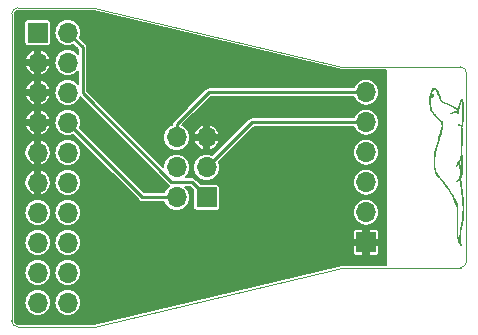
<source format=gbl>
G04 #@! TF.GenerationSoftware,KiCad,Pcbnew,5.1.0*
G04 #@! TF.CreationDate,2019-05-06T16:15:21+02:00*
G04 #@! TF.ProjectId,JlinkBreakout,4a6c696e-6b42-4726-9561-6b6f75742e6b,rev?*
G04 #@! TF.SameCoordinates,Original*
G04 #@! TF.FileFunction,Copper,L2,Bot*
G04 #@! TF.FilePolarity,Positive*
%FSLAX46Y46*%
G04 Gerber Fmt 4.6, Leading zero omitted, Abs format (unit mm)*
G04 Created by KiCad (PCBNEW 5.1.0) date 2019-05-06 16:15:21*
%MOMM*%
%LPD*%
G04 APERTURE LIST*
%ADD10C,0.050000*%
%ADD11C,0.010000*%
%ADD12O,1.700000X1.700000*%
%ADD13R,1.700000X1.700000*%
%ADD14C,0.250000*%
%ADD15C,0.157000*%
G04 APERTURE END LIST*
D10*
X58500000Y-60000000D02*
G75*
G02X58000000Y-59500000I0J500000D01*
G01*
X58000000Y-33500000D02*
G75*
G02X58500000Y-33000000I500000J0D01*
G01*
X96000000Y-38000000D02*
G75*
G02X96500000Y-38500000I0J-500000D01*
G01*
X96500000Y-54500000D02*
G75*
G02X96000000Y-55000000I-500000J0D01*
G01*
X86000000Y-38000000D02*
X65000000Y-33000000D01*
X96000000Y-38000000D02*
X86000000Y-38000000D01*
X96500000Y-54500000D02*
X96500000Y-38500000D01*
X86000000Y-55000000D02*
X96000000Y-55000000D01*
X65000000Y-60000000D02*
X86000000Y-55000000D01*
X65000000Y-33000000D02*
X58500000Y-33000000D01*
X58500000Y-60000000D02*
X65000000Y-60000000D01*
X58000000Y-33500000D02*
X58000000Y-59500000D01*
D11*
G36*
X93503657Y-40505592D02*
G01*
X93524677Y-40547119D01*
X93556866Y-40559398D01*
X93597897Y-40540679D01*
X93614666Y-40525734D01*
X93635764Y-40487356D01*
X93647410Y-40432316D01*
X93648758Y-40374126D01*
X93638965Y-40326296D01*
X93628213Y-40308987D01*
X93590089Y-40290413D01*
X93572333Y-40292012D01*
X93572333Y-40418010D01*
X93593238Y-40420866D01*
X93596835Y-40448365D01*
X93587492Y-40481918D01*
X93571568Y-40500161D01*
X93562092Y-40499237D01*
X93547769Y-40473959D01*
X93551861Y-40440679D01*
X93572005Y-40418139D01*
X93572333Y-40418010D01*
X93572333Y-40292012D01*
X93547084Y-40294286D01*
X93515123Y-40318877D01*
X93513662Y-40321421D01*
X93503146Y-40357656D01*
X93496890Y-40411246D01*
X93496133Y-40436567D01*
X93503657Y-40505592D01*
X93503657Y-40505592D01*
G37*
X93503657Y-40505592D02*
X93524677Y-40547119D01*
X93556866Y-40559398D01*
X93597897Y-40540679D01*
X93614666Y-40525734D01*
X93635764Y-40487356D01*
X93647410Y-40432316D01*
X93648758Y-40374126D01*
X93638965Y-40326296D01*
X93628213Y-40308987D01*
X93590089Y-40290413D01*
X93572333Y-40292012D01*
X93572333Y-40418010D01*
X93593238Y-40420866D01*
X93596835Y-40448365D01*
X93587492Y-40481918D01*
X93571568Y-40500161D01*
X93562092Y-40499237D01*
X93547769Y-40473959D01*
X93551861Y-40440679D01*
X93572005Y-40418139D01*
X93572333Y-40418010D01*
X93572333Y-40292012D01*
X93547084Y-40294286D01*
X93515123Y-40318877D01*
X93513662Y-40321421D01*
X93503146Y-40357656D01*
X93496890Y-40411246D01*
X93496133Y-40436567D01*
X93503657Y-40505592D01*
G36*
X93344043Y-40782276D02*
G01*
X93354891Y-41067015D01*
X93387017Y-41328901D01*
X93428982Y-41527083D01*
X93457313Y-41627482D01*
X93487568Y-41705611D01*
X93525960Y-41772791D01*
X93578704Y-41840345D01*
X93634196Y-41900993D01*
X93695835Y-41968937D01*
X93760431Y-42045118D01*
X93815503Y-42114742D01*
X93822873Y-42124660D01*
X93864001Y-42174484D01*
X93924335Y-42239549D01*
X93997300Y-42313136D01*
X94076319Y-42388528D01*
X94121399Y-42429601D01*
X94200895Y-42501142D01*
X94258607Y-42554847D01*
X94298283Y-42595131D01*
X94323671Y-42626406D01*
X94338521Y-42653086D01*
X94346579Y-42679586D01*
X94349935Y-42698693D01*
X94364595Y-42761807D01*
X94386552Y-42822639D01*
X94391527Y-42833068D01*
X94403045Y-42857164D01*
X94409804Y-42879760D01*
X94411270Y-42907053D01*
X94406907Y-42945243D01*
X94396182Y-43000525D01*
X94378559Y-43079097D01*
X94365423Y-43135824D01*
X94327312Y-43294967D01*
X94287194Y-43451919D01*
X94243188Y-43613358D01*
X94193415Y-43785964D01*
X94135996Y-43976415D01*
X94069049Y-44191388D01*
X94062246Y-44212945D01*
X93975624Y-44496887D01*
X93900655Y-44762949D01*
X93837794Y-45009073D01*
X93787496Y-45233201D01*
X93750216Y-45433277D01*
X93726410Y-45607241D01*
X93716531Y-45753038D01*
X93716266Y-45777576D01*
X93718335Y-45848227D01*
X93724052Y-45944685D01*
X93732682Y-46059175D01*
X93743487Y-46183923D01*
X93755734Y-46311153D01*
X93768687Y-46433091D01*
X93781609Y-46541962D01*
X93793765Y-46629991D01*
X93800943Y-46672534D01*
X93809297Y-46733108D01*
X93811380Y-46786629D01*
X93809130Y-46809113D01*
X93811155Y-46850491D01*
X93831177Y-46914889D01*
X93865576Y-46995379D01*
X93900277Y-47065289D01*
X93936592Y-47124616D01*
X93981304Y-47182605D01*
X94041198Y-47248500D01*
X94082216Y-47290600D01*
X94154133Y-47365605D01*
X94230194Y-47448659D01*
X94300021Y-47528255D01*
X94341823Y-47578467D01*
X94404895Y-47656517D01*
X94476756Y-47744851D01*
X94544562Y-47827698D01*
X94562422Y-47849401D01*
X94612427Y-47911900D01*
X94656356Y-47970133D01*
X94688121Y-48015865D01*
X94698945Y-48034144D01*
X94720119Y-48066665D01*
X94758356Y-48116852D01*
X94807877Y-48177368D01*
X94853265Y-48230022D01*
X94923911Y-48316172D01*
X94988408Y-48406062D01*
X95038231Y-48487643D01*
X95045975Y-48502479D01*
X95086802Y-48581557D01*
X95134798Y-48671371D01*
X95180061Y-48753408D01*
X95183055Y-48758707D01*
X95327114Y-49030038D01*
X95470183Y-49333639D01*
X95573469Y-49574280D01*
X95700061Y-49880301D01*
X95680106Y-50617451D01*
X95675776Y-50796402D01*
X95672130Y-50985292D01*
X95669243Y-51176929D01*
X95667194Y-51364121D01*
X95666060Y-51539678D01*
X95665918Y-51696407D01*
X95666846Y-51827118D01*
X95666983Y-51837201D01*
X95669061Y-51978082D01*
X95671160Y-52090317D01*
X95673738Y-52179122D01*
X95677255Y-52249714D01*
X95682171Y-52307309D01*
X95688945Y-52357125D01*
X95698036Y-52404379D01*
X95709905Y-52454287D01*
X95725010Y-52512066D01*
X95727129Y-52520027D01*
X95754429Y-52613215D01*
X95786553Y-52708608D01*
X95819003Y-52793456D01*
X95841147Y-52843110D01*
X95880680Y-52916936D01*
X95921069Y-52981886D01*
X95958460Y-53032782D01*
X95988995Y-53064449D01*
X96008819Y-53071710D01*
X96010523Y-53070481D01*
X96011553Y-53050176D01*
X96004638Y-53005247D01*
X95991160Y-52943629D01*
X95982541Y-52909614D01*
X95958737Y-52784649D01*
X95945141Y-52633147D01*
X95941364Y-52460740D01*
X95947016Y-52273057D01*
X95961708Y-52075728D01*
X95985051Y-51874384D01*
X96016657Y-51674655D01*
X96056134Y-51482170D01*
X96090623Y-51346134D01*
X96116157Y-51251289D01*
X96136124Y-51168365D01*
X96151454Y-51090329D01*
X96163079Y-51010148D01*
X96171929Y-50920787D01*
X96178934Y-50815215D01*
X96185025Y-50686397D01*
X96188078Y-50609534D01*
X96193202Y-50492070D01*
X96199168Y-50382854D01*
X96205579Y-50287451D01*
X96212034Y-50211427D01*
X96218134Y-50160347D01*
X96221460Y-50143979D01*
X96231228Y-50089194D01*
X96236645Y-50011172D01*
X96237888Y-49920236D01*
X96235133Y-49826713D01*
X96228557Y-49740925D01*
X96218338Y-49673199D01*
X96213057Y-49652801D01*
X96200444Y-49589811D01*
X96192279Y-49496768D01*
X96188852Y-49377226D01*
X96188764Y-49356467D01*
X96186363Y-49276090D01*
X96179698Y-49169396D01*
X96169323Y-49041011D01*
X96155792Y-48895559D01*
X96139658Y-48737668D01*
X96121477Y-48571963D01*
X96101800Y-48403069D01*
X96081184Y-48235613D01*
X96060180Y-48074219D01*
X96039344Y-47923515D01*
X96019229Y-47788125D01*
X96000389Y-47672676D01*
X95983378Y-47581794D01*
X95968973Y-47520874D01*
X95962580Y-47489459D01*
X95964647Y-47457980D01*
X95977416Y-47417856D01*
X96003127Y-47360507D01*
X96019838Y-47326141D01*
X96053950Y-47249356D01*
X96083742Y-47169043D01*
X96103814Y-47100081D01*
X96106486Y-47087400D01*
X96111795Y-47040848D01*
X96116409Y-46962083D01*
X96120287Y-46852752D01*
X96123388Y-46714504D01*
X96125670Y-46548984D01*
X96127092Y-46357841D01*
X96127462Y-46255280D01*
X96127801Y-46077341D01*
X96127787Y-45930206D01*
X96127315Y-45810811D01*
X96126279Y-45716095D01*
X96124574Y-45642996D01*
X96122095Y-45588450D01*
X96118736Y-45549396D01*
X96114392Y-45522770D01*
X96108957Y-45505511D01*
X96102326Y-45494557D01*
X96101232Y-45493280D01*
X96096365Y-45488590D01*
X96092082Y-45484727D01*
X96088373Y-45479616D01*
X96085231Y-45471185D01*
X96082648Y-45457359D01*
X96080616Y-45436064D01*
X96079126Y-45405225D01*
X96078171Y-45362770D01*
X96077743Y-45306624D01*
X96077833Y-45234713D01*
X96078433Y-45144964D01*
X96079536Y-45035301D01*
X96081133Y-44903652D01*
X96083217Y-44747943D01*
X96085779Y-44566098D01*
X96088811Y-44356046D01*
X96092305Y-44115710D01*
X96095130Y-43920867D01*
X96096870Y-43767769D01*
X96097646Y-43620742D01*
X96097498Y-43484468D01*
X96096464Y-43363630D01*
X96094583Y-43262912D01*
X96091894Y-43186995D01*
X96088687Y-43142629D01*
X96081441Y-43074529D01*
X96079979Y-43030555D01*
X96085519Y-43001275D01*
X96099281Y-42977259D01*
X96112119Y-42961300D01*
X96141646Y-42909214D01*
X96160630Y-42842490D01*
X96161953Y-42833605D01*
X96164328Y-42798902D01*
X96166561Y-42734513D01*
X96168589Y-42644616D01*
X96170347Y-42533392D01*
X96171773Y-42405020D01*
X96172803Y-42263680D01*
X96173375Y-42113551D01*
X96173438Y-42075134D01*
X96173664Y-41918062D01*
X96173949Y-41764109D01*
X96174280Y-41618301D01*
X96174642Y-41485659D01*
X96175021Y-41371208D01*
X96175404Y-41279972D01*
X96175777Y-41216974D01*
X96175821Y-41211534D01*
X96175163Y-41111660D01*
X96172091Y-41001812D01*
X96167181Y-40899836D01*
X96164490Y-40860822D01*
X96157344Y-40782434D01*
X96149676Y-40731755D01*
X96139972Y-40702640D01*
X96126719Y-40688946D01*
X96121654Y-40686872D01*
X96083827Y-40683194D01*
X96049580Y-40699366D01*
X96017394Y-40737991D01*
X95985752Y-40801671D01*
X95953134Y-40893008D01*
X95918022Y-41014607D01*
X95907779Y-41053498D01*
X95880261Y-41151672D01*
X95848050Y-41254245D01*
X95815430Y-41348153D01*
X95790233Y-41412207D01*
X95728280Y-41556418D01*
X95649373Y-41499895D01*
X95600834Y-41469306D01*
X95523817Y-41426321D01*
X95420835Y-41372199D01*
X95294398Y-41308201D01*
X95147020Y-41235589D01*
X94981213Y-41155624D01*
X94799490Y-41069566D01*
X94689919Y-41018349D01*
X94385105Y-40876520D01*
X94305873Y-40705360D01*
X94266556Y-40614343D01*
X94224302Y-40506673D01*
X94185217Y-40398336D01*
X94164391Y-40335085D01*
X94120334Y-40211577D01*
X94068652Y-40095351D01*
X94012597Y-39992063D01*
X93955420Y-39907368D01*
X93900373Y-39846922D01*
X93871529Y-39825679D01*
X93815031Y-39803646D01*
X93792170Y-39799117D01*
X93792170Y-39851431D01*
X93826791Y-39865635D01*
X93859633Y-39889154D01*
X93901996Y-39931556D01*
X93945952Y-39996415D01*
X93992867Y-40086363D01*
X94044109Y-40204035D01*
X94101045Y-40352062D01*
X94103800Y-40359581D01*
X94158722Y-40506766D01*
X94205722Y-40625308D01*
X94246727Y-40718969D01*
X94283665Y-40791508D01*
X94318461Y-40846688D01*
X94353044Y-40888269D01*
X94389339Y-40920012D01*
X94391921Y-40921909D01*
X94442217Y-40957174D01*
X94489407Y-40986355D01*
X94540983Y-41013109D01*
X94604440Y-41041097D01*
X94687271Y-41073978D01*
X94759196Y-41101265D01*
X94816940Y-41123152D01*
X94866943Y-41142944D01*
X94913624Y-41162928D01*
X94961404Y-41185392D01*
X95014702Y-41212625D01*
X95077938Y-41246913D01*
X95155531Y-41290544D01*
X95251902Y-41345807D01*
X95371470Y-41414988D01*
X95422664Y-41444682D01*
X95529403Y-41507490D01*
X95608706Y-41556334D01*
X95663126Y-41592979D01*
X95695221Y-41619191D01*
X95707545Y-41636735D01*
X95707562Y-41641546D01*
X95698981Y-41676849D01*
X95688828Y-41724108D01*
X95688656Y-41724962D01*
X95675791Y-41763713D01*
X95657113Y-41772941D01*
X95651952Y-41771456D01*
X95579017Y-41751729D01*
X95509141Y-41754307D01*
X95475373Y-41761840D01*
X95418415Y-41780233D01*
X95351725Y-41807000D01*
X95282453Y-41838563D01*
X95217749Y-41871342D01*
X95164763Y-41901759D01*
X95130646Y-41926235D01*
X95121733Y-41938836D01*
X95132752Y-41945092D01*
X95167291Y-41937042D01*
X95227571Y-41913989D01*
X95294883Y-41884700D01*
X95373676Y-41851801D01*
X95449727Y-41824343D01*
X95512859Y-41805783D01*
X95544650Y-41799865D01*
X95593685Y-41798037D01*
X95627770Y-41807954D01*
X95662003Y-41835617D01*
X95679621Y-41853518D01*
X95715871Y-41888630D01*
X95743372Y-41910571D01*
X95751588Y-41914267D01*
X95763976Y-41901462D01*
X95763244Y-41872653D01*
X95751169Y-41842251D01*
X95741304Y-41830849D01*
X95731959Y-41817460D01*
X95730454Y-41794709D01*
X95737810Y-41756546D01*
X95755049Y-41696920D01*
X95773836Y-41638276D01*
X95802122Y-41551395D01*
X95836238Y-41446164D01*
X95871684Y-41336484D01*
X95901022Y-41245400D01*
X95942242Y-41121076D01*
X95980969Y-41011736D01*
X96015857Y-40920671D01*
X96045560Y-40851169D01*
X96068731Y-40806520D01*
X96084023Y-40790012D01*
X96086986Y-40791158D01*
X96096563Y-40818021D01*
X96105255Y-40873091D01*
X96112797Y-40950711D01*
X96118926Y-41045229D01*
X96123376Y-41150988D01*
X96125884Y-41262335D01*
X96126186Y-41373613D01*
X96124018Y-41479170D01*
X96121648Y-41533267D01*
X96117979Y-41626619D01*
X96115406Y-41745574D01*
X96113986Y-41881885D01*
X96113777Y-42027302D01*
X96114835Y-42173579D01*
X96116484Y-42278334D01*
X96119542Y-42453226D01*
X96120647Y-42596739D01*
X96119145Y-42711336D01*
X96114382Y-42799479D01*
X96105705Y-42863633D01*
X96092459Y-42906259D01*
X96073992Y-42929820D01*
X96061098Y-42933506D01*
X96061098Y-45569781D01*
X96068082Y-45578900D01*
X96073215Y-45597267D01*
X96077270Y-45632677D01*
X96080114Y-45697326D01*
X96081830Y-45786610D01*
X96082499Y-45895927D01*
X96082201Y-46020673D01*
X96081020Y-46156245D01*
X96079036Y-46298040D01*
X96076330Y-46441455D01*
X96072986Y-46581886D01*
X96069083Y-46714730D01*
X96064704Y-46835385D01*
X96059930Y-46939247D01*
X96054843Y-47021712D01*
X96049524Y-47078178D01*
X96046659Y-47095896D01*
X96029789Y-47163967D01*
X96010529Y-47227848D01*
X95996548Y-47265230D01*
X95983798Y-47292840D01*
X95976668Y-47301480D01*
X95974352Y-47287315D01*
X95976042Y-47246511D01*
X95980091Y-47187089D01*
X95982518Y-47108880D01*
X95981259Y-47005296D01*
X95976841Y-46884567D01*
X95969789Y-46754920D01*
X95960628Y-46624587D01*
X95949881Y-46501795D01*
X95938076Y-46394774D01*
X95925735Y-46311754D01*
X95923499Y-46300000D01*
X95906650Y-46229530D01*
X95886384Y-46164824D01*
X95866969Y-46119427D01*
X95866199Y-46118082D01*
X95834211Y-46063164D01*
X95899827Y-45940282D01*
X95939372Y-45859913D01*
X95980048Y-45767195D01*
X96013066Y-45682160D01*
X96013145Y-45681934D01*
X96036322Y-45617504D01*
X96051408Y-45581384D01*
X96061098Y-45569781D01*
X96061098Y-42933506D01*
X96049649Y-42936779D01*
X96018777Y-42929600D01*
X95980723Y-42910744D01*
X95953043Y-42894150D01*
X95904633Y-42865114D01*
X95874306Y-42852431D01*
X95851658Y-42854133D01*
X95826290Y-42868252D01*
X95824013Y-42869740D01*
X95785397Y-42903111D01*
X95766670Y-42936124D01*
X95771470Y-42959116D01*
X95790155Y-42957260D01*
X95812996Y-42941452D01*
X95840773Y-42920752D01*
X95867751Y-42916166D01*
X95903390Y-42928910D01*
X95956669Y-42959901D01*
X96031699Y-43006467D01*
X96042384Y-43201200D01*
X96044084Y-43254308D01*
X96045157Y-43337508D01*
X96045618Y-43447033D01*
X96045484Y-43579114D01*
X96044771Y-43729985D01*
X96043495Y-43895876D01*
X96041672Y-44073020D01*
X96039318Y-44257650D01*
X96037273Y-44395001D01*
X96033629Y-44615874D01*
X96030132Y-44805531D01*
X96026683Y-44966621D01*
X96023182Y-45101792D01*
X96019528Y-45213693D01*
X96015620Y-45304973D01*
X96011358Y-45378282D01*
X96006643Y-45436268D01*
X96001372Y-45481580D01*
X95995446Y-45516868D01*
X95994578Y-45521067D01*
X95960580Y-45663713D01*
X95922277Y-45783385D01*
X95874955Y-45890975D01*
X95813901Y-45997374D01*
X95743899Y-46100303D01*
X95687357Y-46184961D01*
X95639989Y-46267182D01*
X95604849Y-46340685D01*
X95584990Y-46399190D01*
X95582412Y-46432472D01*
X95593044Y-46432377D01*
X95618160Y-46404877D01*
X95655910Y-46352233D01*
X95687215Y-46304234D01*
X95727782Y-46241055D01*
X95761479Y-46190075D01*
X95784398Y-46157111D01*
X95792456Y-46147600D01*
X95802914Y-46161211D01*
X95822626Y-46195691D01*
X95833736Y-46216908D01*
X95862509Y-46286679D01*
X95885580Y-46373769D01*
X95903508Y-46481893D01*
X95916850Y-46614769D01*
X95926164Y-46776113D01*
X95928951Y-46851468D01*
X95931668Y-47025873D01*
X95927059Y-47170212D01*
X95914319Y-47287649D01*
X95892645Y-47381351D01*
X95861234Y-47454483D01*
X95819281Y-47510211D01*
X95765984Y-47551700D01*
X95748764Y-47561277D01*
X95713005Y-47586948D01*
X95680137Y-47621715D01*
X95657362Y-47656202D01*
X95651880Y-47681033D01*
X95654033Y-47684612D01*
X95670892Y-47680029D01*
X95702095Y-47656900D01*
X95719693Y-47640810D01*
X95757605Y-47608282D01*
X95788365Y-47589109D01*
X95796594Y-47586934D01*
X95820328Y-47575306D01*
X95854495Y-47546120D01*
X95867754Y-47532360D01*
X95897642Y-47501339D01*
X95915435Y-47486162D01*
X95917599Y-47486256D01*
X95919839Y-47505170D01*
X95925996Y-47551423D01*
X95935227Y-47618823D01*
X95946690Y-47701179D01*
X95951634Y-47736366D01*
X95987628Y-47995987D01*
X96020443Y-48240876D01*
X96049808Y-48468701D01*
X96075452Y-48677129D01*
X96097105Y-48863829D01*
X96114498Y-49026467D01*
X96127358Y-49162711D01*
X96135418Y-49270230D01*
X96138405Y-49346691D01*
X96138411Y-49348001D01*
X96140841Y-49438413D01*
X96146765Y-49528063D01*
X96155203Y-49604718D01*
X96162137Y-49644334D01*
X96177416Y-49742474D01*
X96185197Y-49859738D01*
X96185208Y-49982162D01*
X96177178Y-50095785D01*
X96171694Y-50135401D01*
X96165281Y-50187931D01*
X96158587Y-50265685D01*
X96152227Y-50360031D01*
X96146816Y-50462337D01*
X96144559Y-50516401D01*
X96139775Y-50616812D01*
X96132736Y-50712803D01*
X96122586Y-50811312D01*
X96108471Y-50919276D01*
X96089536Y-51043630D01*
X96064928Y-51191314D01*
X96052782Y-51261467D01*
X96019063Y-51456034D01*
X95991034Y-51621848D01*
X95968176Y-51763448D01*
X95949973Y-51885372D01*
X95935906Y-51992161D01*
X95925457Y-52088353D01*
X95918109Y-52178488D01*
X95913342Y-52267106D01*
X95910640Y-52358745D01*
X95909484Y-52457944D01*
X95909318Y-52518752D01*
X95909025Y-52623698D01*
X95908312Y-52716141D01*
X95907256Y-52791106D01*
X95905932Y-52843614D01*
X95904416Y-52868689D01*
X95903947Y-52870119D01*
X95890538Y-52854368D01*
X95871484Y-52810151D01*
X95848272Y-52742109D01*
X95822388Y-52654885D01*
X95795319Y-52553120D01*
X95773327Y-52462272D01*
X95712853Y-52201267D01*
X95725859Y-51168334D01*
X95729007Y-50918895D01*
X95731734Y-50701019D01*
X95734015Y-50512407D01*
X95735822Y-50350757D01*
X95737130Y-50213768D01*
X95737914Y-50099140D01*
X95738146Y-50004572D01*
X95737800Y-49927763D01*
X95736850Y-49866413D01*
X95735271Y-49818221D01*
X95733036Y-49780885D01*
X95730118Y-49752106D01*
X95726493Y-49729583D01*
X95722132Y-49711015D01*
X95717011Y-49694101D01*
X95711103Y-49676540D01*
X95708818Y-49669734D01*
X95669102Y-49565559D01*
X95612049Y-49438268D01*
X95539875Y-49292394D01*
X95454798Y-49132469D01*
X95385748Y-49009334D01*
X95326729Y-48906040D01*
X95262266Y-48792880D01*
X95199136Y-48681771D01*
X95144118Y-48584629D01*
X95130550Y-48560601D01*
X95061188Y-48439966D01*
X94995835Y-48332131D01*
X94930532Y-48231634D01*
X94861322Y-48133012D01*
X94784243Y-48030804D01*
X94695337Y-47919549D01*
X94590645Y-47793784D01*
X94484247Y-47669022D01*
X94423381Y-47597195D01*
X94349131Y-47508050D01*
X94269126Y-47410830D01*
X94190994Y-47314777D01*
X94155825Y-47271088D01*
X94061305Y-47149568D01*
X93984619Y-47040844D01*
X93923543Y-46938804D01*
X93875850Y-46837337D01*
X93839317Y-46730330D01*
X93811718Y-46611672D01*
X93790828Y-46475249D01*
X93774423Y-46314951D01*
X93765350Y-46198400D01*
X93754848Y-45987298D01*
X93756342Y-45798095D01*
X93770926Y-45620624D01*
X93799691Y-45444722D01*
X93843731Y-45260224D01*
X93879562Y-45135816D01*
X93904047Y-45051007D01*
X93933177Y-44943582D01*
X93964224Y-44823984D01*
X93994461Y-44702652D01*
X94013375Y-44623601D01*
X94043669Y-44501869D01*
X94079474Y-44369840D01*
X94117325Y-44239608D01*
X94153756Y-44123265D01*
X94173256Y-44065819D01*
X94209664Y-43958623D01*
X94247001Y-43841492D01*
X94281157Y-43727745D01*
X94308022Y-43630703D01*
X94310679Y-43620348D01*
X94332655Y-43528596D01*
X94356037Y-43422216D01*
X94379648Y-43307537D01*
X94402313Y-43190894D01*
X94422856Y-43078616D01*
X94440100Y-42977038D01*
X94452870Y-42892489D01*
X94459989Y-42831304D01*
X94461070Y-42810574D01*
X94456001Y-42748194D01*
X94442135Y-42684860D01*
X94422261Y-42626728D01*
X94399170Y-42579956D01*
X94375653Y-42550699D01*
X94354499Y-42545114D01*
X94344918Y-42554306D01*
X94329985Y-42549086D01*
X94295844Y-42522979D01*
X94246420Y-42479833D01*
X94185638Y-42423497D01*
X94117423Y-42357819D01*
X94045700Y-42286646D01*
X93974394Y-42213828D01*
X93907429Y-42143212D01*
X93848731Y-42078646D01*
X93802225Y-42023979D01*
X93795751Y-42015867D01*
X93741956Y-41950729D01*
X93680533Y-41880807D01*
X93640805Y-41838067D01*
X93593034Y-41785069D01*
X93557554Y-41735102D01*
X93530076Y-41679275D01*
X93506311Y-41608694D01*
X93481971Y-41514468D01*
X93479277Y-41503133D01*
X93420944Y-41186595D01*
X93395734Y-40868811D01*
X93394533Y-40781532D01*
X93394533Y-40546040D01*
X93495011Y-40252254D01*
X93532250Y-40147005D01*
X93565813Y-40059178D01*
X93593995Y-39992881D01*
X93615088Y-39952223D01*
X93624113Y-39941534D01*
X93656699Y-39921330D01*
X93700913Y-39892883D01*
X93710653Y-39886500D01*
X93757991Y-39858467D01*
X93792170Y-39851431D01*
X93792170Y-39799117D01*
X93738350Y-39788453D01*
X93702196Y-39784809D01*
X93589266Y-39776736D01*
X93466500Y-40149544D01*
X93343733Y-40522351D01*
X93344043Y-40782276D01*
X93344043Y-40782276D01*
G37*
X93344043Y-40782276D02*
X93354891Y-41067015D01*
X93387017Y-41328901D01*
X93428982Y-41527083D01*
X93457313Y-41627482D01*
X93487568Y-41705611D01*
X93525960Y-41772791D01*
X93578704Y-41840345D01*
X93634196Y-41900993D01*
X93695835Y-41968937D01*
X93760431Y-42045118D01*
X93815503Y-42114742D01*
X93822873Y-42124660D01*
X93864001Y-42174484D01*
X93924335Y-42239549D01*
X93997300Y-42313136D01*
X94076319Y-42388528D01*
X94121399Y-42429601D01*
X94200895Y-42501142D01*
X94258607Y-42554847D01*
X94298283Y-42595131D01*
X94323671Y-42626406D01*
X94338521Y-42653086D01*
X94346579Y-42679586D01*
X94349935Y-42698693D01*
X94364595Y-42761807D01*
X94386552Y-42822639D01*
X94391527Y-42833068D01*
X94403045Y-42857164D01*
X94409804Y-42879760D01*
X94411270Y-42907053D01*
X94406907Y-42945243D01*
X94396182Y-43000525D01*
X94378559Y-43079097D01*
X94365423Y-43135824D01*
X94327312Y-43294967D01*
X94287194Y-43451919D01*
X94243188Y-43613358D01*
X94193415Y-43785964D01*
X94135996Y-43976415D01*
X94069049Y-44191388D01*
X94062246Y-44212945D01*
X93975624Y-44496887D01*
X93900655Y-44762949D01*
X93837794Y-45009073D01*
X93787496Y-45233201D01*
X93750216Y-45433277D01*
X93726410Y-45607241D01*
X93716531Y-45753038D01*
X93716266Y-45777576D01*
X93718335Y-45848227D01*
X93724052Y-45944685D01*
X93732682Y-46059175D01*
X93743487Y-46183923D01*
X93755734Y-46311153D01*
X93768687Y-46433091D01*
X93781609Y-46541962D01*
X93793765Y-46629991D01*
X93800943Y-46672534D01*
X93809297Y-46733108D01*
X93811380Y-46786629D01*
X93809130Y-46809113D01*
X93811155Y-46850491D01*
X93831177Y-46914889D01*
X93865576Y-46995379D01*
X93900277Y-47065289D01*
X93936592Y-47124616D01*
X93981304Y-47182605D01*
X94041198Y-47248500D01*
X94082216Y-47290600D01*
X94154133Y-47365605D01*
X94230194Y-47448659D01*
X94300021Y-47528255D01*
X94341823Y-47578467D01*
X94404895Y-47656517D01*
X94476756Y-47744851D01*
X94544562Y-47827698D01*
X94562422Y-47849401D01*
X94612427Y-47911900D01*
X94656356Y-47970133D01*
X94688121Y-48015865D01*
X94698945Y-48034144D01*
X94720119Y-48066665D01*
X94758356Y-48116852D01*
X94807877Y-48177368D01*
X94853265Y-48230022D01*
X94923911Y-48316172D01*
X94988408Y-48406062D01*
X95038231Y-48487643D01*
X95045975Y-48502479D01*
X95086802Y-48581557D01*
X95134798Y-48671371D01*
X95180061Y-48753408D01*
X95183055Y-48758707D01*
X95327114Y-49030038D01*
X95470183Y-49333639D01*
X95573469Y-49574280D01*
X95700061Y-49880301D01*
X95680106Y-50617451D01*
X95675776Y-50796402D01*
X95672130Y-50985292D01*
X95669243Y-51176929D01*
X95667194Y-51364121D01*
X95666060Y-51539678D01*
X95665918Y-51696407D01*
X95666846Y-51827118D01*
X95666983Y-51837201D01*
X95669061Y-51978082D01*
X95671160Y-52090317D01*
X95673738Y-52179122D01*
X95677255Y-52249714D01*
X95682171Y-52307309D01*
X95688945Y-52357125D01*
X95698036Y-52404379D01*
X95709905Y-52454287D01*
X95725010Y-52512066D01*
X95727129Y-52520027D01*
X95754429Y-52613215D01*
X95786553Y-52708608D01*
X95819003Y-52793456D01*
X95841147Y-52843110D01*
X95880680Y-52916936D01*
X95921069Y-52981886D01*
X95958460Y-53032782D01*
X95988995Y-53064449D01*
X96008819Y-53071710D01*
X96010523Y-53070481D01*
X96011553Y-53050176D01*
X96004638Y-53005247D01*
X95991160Y-52943629D01*
X95982541Y-52909614D01*
X95958737Y-52784649D01*
X95945141Y-52633147D01*
X95941364Y-52460740D01*
X95947016Y-52273057D01*
X95961708Y-52075728D01*
X95985051Y-51874384D01*
X96016657Y-51674655D01*
X96056134Y-51482170D01*
X96090623Y-51346134D01*
X96116157Y-51251289D01*
X96136124Y-51168365D01*
X96151454Y-51090329D01*
X96163079Y-51010148D01*
X96171929Y-50920787D01*
X96178934Y-50815215D01*
X96185025Y-50686397D01*
X96188078Y-50609534D01*
X96193202Y-50492070D01*
X96199168Y-50382854D01*
X96205579Y-50287451D01*
X96212034Y-50211427D01*
X96218134Y-50160347D01*
X96221460Y-50143979D01*
X96231228Y-50089194D01*
X96236645Y-50011172D01*
X96237888Y-49920236D01*
X96235133Y-49826713D01*
X96228557Y-49740925D01*
X96218338Y-49673199D01*
X96213057Y-49652801D01*
X96200444Y-49589811D01*
X96192279Y-49496768D01*
X96188852Y-49377226D01*
X96188764Y-49356467D01*
X96186363Y-49276090D01*
X96179698Y-49169396D01*
X96169323Y-49041011D01*
X96155792Y-48895559D01*
X96139658Y-48737668D01*
X96121477Y-48571963D01*
X96101800Y-48403069D01*
X96081184Y-48235613D01*
X96060180Y-48074219D01*
X96039344Y-47923515D01*
X96019229Y-47788125D01*
X96000389Y-47672676D01*
X95983378Y-47581794D01*
X95968973Y-47520874D01*
X95962580Y-47489459D01*
X95964647Y-47457980D01*
X95977416Y-47417856D01*
X96003127Y-47360507D01*
X96019838Y-47326141D01*
X96053950Y-47249356D01*
X96083742Y-47169043D01*
X96103814Y-47100081D01*
X96106486Y-47087400D01*
X96111795Y-47040848D01*
X96116409Y-46962083D01*
X96120287Y-46852752D01*
X96123388Y-46714504D01*
X96125670Y-46548984D01*
X96127092Y-46357841D01*
X96127462Y-46255280D01*
X96127801Y-46077341D01*
X96127787Y-45930206D01*
X96127315Y-45810811D01*
X96126279Y-45716095D01*
X96124574Y-45642996D01*
X96122095Y-45588450D01*
X96118736Y-45549396D01*
X96114392Y-45522770D01*
X96108957Y-45505511D01*
X96102326Y-45494557D01*
X96101232Y-45493280D01*
X96096365Y-45488590D01*
X96092082Y-45484727D01*
X96088373Y-45479616D01*
X96085231Y-45471185D01*
X96082648Y-45457359D01*
X96080616Y-45436064D01*
X96079126Y-45405225D01*
X96078171Y-45362770D01*
X96077743Y-45306624D01*
X96077833Y-45234713D01*
X96078433Y-45144964D01*
X96079536Y-45035301D01*
X96081133Y-44903652D01*
X96083217Y-44747943D01*
X96085779Y-44566098D01*
X96088811Y-44356046D01*
X96092305Y-44115710D01*
X96095130Y-43920867D01*
X96096870Y-43767769D01*
X96097646Y-43620742D01*
X96097498Y-43484468D01*
X96096464Y-43363630D01*
X96094583Y-43262912D01*
X96091894Y-43186995D01*
X96088687Y-43142629D01*
X96081441Y-43074529D01*
X96079979Y-43030555D01*
X96085519Y-43001275D01*
X96099281Y-42977259D01*
X96112119Y-42961300D01*
X96141646Y-42909214D01*
X96160630Y-42842490D01*
X96161953Y-42833605D01*
X96164328Y-42798902D01*
X96166561Y-42734513D01*
X96168589Y-42644616D01*
X96170347Y-42533392D01*
X96171773Y-42405020D01*
X96172803Y-42263680D01*
X96173375Y-42113551D01*
X96173438Y-42075134D01*
X96173664Y-41918062D01*
X96173949Y-41764109D01*
X96174280Y-41618301D01*
X96174642Y-41485659D01*
X96175021Y-41371208D01*
X96175404Y-41279972D01*
X96175777Y-41216974D01*
X96175821Y-41211534D01*
X96175163Y-41111660D01*
X96172091Y-41001812D01*
X96167181Y-40899836D01*
X96164490Y-40860822D01*
X96157344Y-40782434D01*
X96149676Y-40731755D01*
X96139972Y-40702640D01*
X96126719Y-40688946D01*
X96121654Y-40686872D01*
X96083827Y-40683194D01*
X96049580Y-40699366D01*
X96017394Y-40737991D01*
X95985752Y-40801671D01*
X95953134Y-40893008D01*
X95918022Y-41014607D01*
X95907779Y-41053498D01*
X95880261Y-41151672D01*
X95848050Y-41254245D01*
X95815430Y-41348153D01*
X95790233Y-41412207D01*
X95728280Y-41556418D01*
X95649373Y-41499895D01*
X95600834Y-41469306D01*
X95523817Y-41426321D01*
X95420835Y-41372199D01*
X95294398Y-41308201D01*
X95147020Y-41235589D01*
X94981213Y-41155624D01*
X94799490Y-41069566D01*
X94689919Y-41018349D01*
X94385105Y-40876520D01*
X94305873Y-40705360D01*
X94266556Y-40614343D01*
X94224302Y-40506673D01*
X94185217Y-40398336D01*
X94164391Y-40335085D01*
X94120334Y-40211577D01*
X94068652Y-40095351D01*
X94012597Y-39992063D01*
X93955420Y-39907368D01*
X93900373Y-39846922D01*
X93871529Y-39825679D01*
X93815031Y-39803646D01*
X93792170Y-39799117D01*
X93792170Y-39851431D01*
X93826791Y-39865635D01*
X93859633Y-39889154D01*
X93901996Y-39931556D01*
X93945952Y-39996415D01*
X93992867Y-40086363D01*
X94044109Y-40204035D01*
X94101045Y-40352062D01*
X94103800Y-40359581D01*
X94158722Y-40506766D01*
X94205722Y-40625308D01*
X94246727Y-40718969D01*
X94283665Y-40791508D01*
X94318461Y-40846688D01*
X94353044Y-40888269D01*
X94389339Y-40920012D01*
X94391921Y-40921909D01*
X94442217Y-40957174D01*
X94489407Y-40986355D01*
X94540983Y-41013109D01*
X94604440Y-41041097D01*
X94687271Y-41073978D01*
X94759196Y-41101265D01*
X94816940Y-41123152D01*
X94866943Y-41142944D01*
X94913624Y-41162928D01*
X94961404Y-41185392D01*
X95014702Y-41212625D01*
X95077938Y-41246913D01*
X95155531Y-41290544D01*
X95251902Y-41345807D01*
X95371470Y-41414988D01*
X95422664Y-41444682D01*
X95529403Y-41507490D01*
X95608706Y-41556334D01*
X95663126Y-41592979D01*
X95695221Y-41619191D01*
X95707545Y-41636735D01*
X95707562Y-41641546D01*
X95698981Y-41676849D01*
X95688828Y-41724108D01*
X95688656Y-41724962D01*
X95675791Y-41763713D01*
X95657113Y-41772941D01*
X95651952Y-41771456D01*
X95579017Y-41751729D01*
X95509141Y-41754307D01*
X95475373Y-41761840D01*
X95418415Y-41780233D01*
X95351725Y-41807000D01*
X95282453Y-41838563D01*
X95217749Y-41871342D01*
X95164763Y-41901759D01*
X95130646Y-41926235D01*
X95121733Y-41938836D01*
X95132752Y-41945092D01*
X95167291Y-41937042D01*
X95227571Y-41913989D01*
X95294883Y-41884700D01*
X95373676Y-41851801D01*
X95449727Y-41824343D01*
X95512859Y-41805783D01*
X95544650Y-41799865D01*
X95593685Y-41798037D01*
X95627770Y-41807954D01*
X95662003Y-41835617D01*
X95679621Y-41853518D01*
X95715871Y-41888630D01*
X95743372Y-41910571D01*
X95751588Y-41914267D01*
X95763976Y-41901462D01*
X95763244Y-41872653D01*
X95751169Y-41842251D01*
X95741304Y-41830849D01*
X95731959Y-41817460D01*
X95730454Y-41794709D01*
X95737810Y-41756546D01*
X95755049Y-41696920D01*
X95773836Y-41638276D01*
X95802122Y-41551395D01*
X95836238Y-41446164D01*
X95871684Y-41336484D01*
X95901022Y-41245400D01*
X95942242Y-41121076D01*
X95980969Y-41011736D01*
X96015857Y-40920671D01*
X96045560Y-40851169D01*
X96068731Y-40806520D01*
X96084023Y-40790012D01*
X96086986Y-40791158D01*
X96096563Y-40818021D01*
X96105255Y-40873091D01*
X96112797Y-40950711D01*
X96118926Y-41045229D01*
X96123376Y-41150988D01*
X96125884Y-41262335D01*
X96126186Y-41373613D01*
X96124018Y-41479170D01*
X96121648Y-41533267D01*
X96117979Y-41626619D01*
X96115406Y-41745574D01*
X96113986Y-41881885D01*
X96113777Y-42027302D01*
X96114835Y-42173579D01*
X96116484Y-42278334D01*
X96119542Y-42453226D01*
X96120647Y-42596739D01*
X96119145Y-42711336D01*
X96114382Y-42799479D01*
X96105705Y-42863633D01*
X96092459Y-42906259D01*
X96073992Y-42929820D01*
X96061098Y-42933506D01*
X96061098Y-45569781D01*
X96068082Y-45578900D01*
X96073215Y-45597267D01*
X96077270Y-45632677D01*
X96080114Y-45697326D01*
X96081830Y-45786610D01*
X96082499Y-45895927D01*
X96082201Y-46020673D01*
X96081020Y-46156245D01*
X96079036Y-46298040D01*
X96076330Y-46441455D01*
X96072986Y-46581886D01*
X96069083Y-46714730D01*
X96064704Y-46835385D01*
X96059930Y-46939247D01*
X96054843Y-47021712D01*
X96049524Y-47078178D01*
X96046659Y-47095896D01*
X96029789Y-47163967D01*
X96010529Y-47227848D01*
X95996548Y-47265230D01*
X95983798Y-47292840D01*
X95976668Y-47301480D01*
X95974352Y-47287315D01*
X95976042Y-47246511D01*
X95980091Y-47187089D01*
X95982518Y-47108880D01*
X95981259Y-47005296D01*
X95976841Y-46884567D01*
X95969789Y-46754920D01*
X95960628Y-46624587D01*
X95949881Y-46501795D01*
X95938076Y-46394774D01*
X95925735Y-46311754D01*
X95923499Y-46300000D01*
X95906650Y-46229530D01*
X95886384Y-46164824D01*
X95866969Y-46119427D01*
X95866199Y-46118082D01*
X95834211Y-46063164D01*
X95899827Y-45940282D01*
X95939372Y-45859913D01*
X95980048Y-45767195D01*
X96013066Y-45682160D01*
X96013145Y-45681934D01*
X96036322Y-45617504D01*
X96051408Y-45581384D01*
X96061098Y-45569781D01*
X96061098Y-42933506D01*
X96049649Y-42936779D01*
X96018777Y-42929600D01*
X95980723Y-42910744D01*
X95953043Y-42894150D01*
X95904633Y-42865114D01*
X95874306Y-42852431D01*
X95851658Y-42854133D01*
X95826290Y-42868252D01*
X95824013Y-42869740D01*
X95785397Y-42903111D01*
X95766670Y-42936124D01*
X95771470Y-42959116D01*
X95790155Y-42957260D01*
X95812996Y-42941452D01*
X95840773Y-42920752D01*
X95867751Y-42916166D01*
X95903390Y-42928910D01*
X95956669Y-42959901D01*
X96031699Y-43006467D01*
X96042384Y-43201200D01*
X96044084Y-43254308D01*
X96045157Y-43337508D01*
X96045618Y-43447033D01*
X96045484Y-43579114D01*
X96044771Y-43729985D01*
X96043495Y-43895876D01*
X96041672Y-44073020D01*
X96039318Y-44257650D01*
X96037273Y-44395001D01*
X96033629Y-44615874D01*
X96030132Y-44805531D01*
X96026683Y-44966621D01*
X96023182Y-45101792D01*
X96019528Y-45213693D01*
X96015620Y-45304973D01*
X96011358Y-45378282D01*
X96006643Y-45436268D01*
X96001372Y-45481580D01*
X95995446Y-45516868D01*
X95994578Y-45521067D01*
X95960580Y-45663713D01*
X95922277Y-45783385D01*
X95874955Y-45890975D01*
X95813901Y-45997374D01*
X95743899Y-46100303D01*
X95687357Y-46184961D01*
X95639989Y-46267182D01*
X95604849Y-46340685D01*
X95584990Y-46399190D01*
X95582412Y-46432472D01*
X95593044Y-46432377D01*
X95618160Y-46404877D01*
X95655910Y-46352233D01*
X95687215Y-46304234D01*
X95727782Y-46241055D01*
X95761479Y-46190075D01*
X95784398Y-46157111D01*
X95792456Y-46147600D01*
X95802914Y-46161211D01*
X95822626Y-46195691D01*
X95833736Y-46216908D01*
X95862509Y-46286679D01*
X95885580Y-46373769D01*
X95903508Y-46481893D01*
X95916850Y-46614769D01*
X95926164Y-46776113D01*
X95928951Y-46851468D01*
X95931668Y-47025873D01*
X95927059Y-47170212D01*
X95914319Y-47287649D01*
X95892645Y-47381351D01*
X95861234Y-47454483D01*
X95819281Y-47510211D01*
X95765984Y-47551700D01*
X95748764Y-47561277D01*
X95713005Y-47586948D01*
X95680137Y-47621715D01*
X95657362Y-47656202D01*
X95651880Y-47681033D01*
X95654033Y-47684612D01*
X95670892Y-47680029D01*
X95702095Y-47656900D01*
X95719693Y-47640810D01*
X95757605Y-47608282D01*
X95788365Y-47589109D01*
X95796594Y-47586934D01*
X95820328Y-47575306D01*
X95854495Y-47546120D01*
X95867754Y-47532360D01*
X95897642Y-47501339D01*
X95915435Y-47486162D01*
X95917599Y-47486256D01*
X95919839Y-47505170D01*
X95925996Y-47551423D01*
X95935227Y-47618823D01*
X95946690Y-47701179D01*
X95951634Y-47736366D01*
X95987628Y-47995987D01*
X96020443Y-48240876D01*
X96049808Y-48468701D01*
X96075452Y-48677129D01*
X96097105Y-48863829D01*
X96114498Y-49026467D01*
X96127358Y-49162711D01*
X96135418Y-49270230D01*
X96138405Y-49346691D01*
X96138411Y-49348001D01*
X96140841Y-49438413D01*
X96146765Y-49528063D01*
X96155203Y-49604718D01*
X96162137Y-49644334D01*
X96177416Y-49742474D01*
X96185197Y-49859738D01*
X96185208Y-49982162D01*
X96177178Y-50095785D01*
X96171694Y-50135401D01*
X96165281Y-50187931D01*
X96158587Y-50265685D01*
X96152227Y-50360031D01*
X96146816Y-50462337D01*
X96144559Y-50516401D01*
X96139775Y-50616812D01*
X96132736Y-50712803D01*
X96122586Y-50811312D01*
X96108471Y-50919276D01*
X96089536Y-51043630D01*
X96064928Y-51191314D01*
X96052782Y-51261467D01*
X96019063Y-51456034D01*
X95991034Y-51621848D01*
X95968176Y-51763448D01*
X95949973Y-51885372D01*
X95935906Y-51992161D01*
X95925457Y-52088353D01*
X95918109Y-52178488D01*
X95913342Y-52267106D01*
X95910640Y-52358745D01*
X95909484Y-52457944D01*
X95909318Y-52518752D01*
X95909025Y-52623698D01*
X95908312Y-52716141D01*
X95907256Y-52791106D01*
X95905932Y-52843614D01*
X95904416Y-52868689D01*
X95903947Y-52870119D01*
X95890538Y-52854368D01*
X95871484Y-52810151D01*
X95848272Y-52742109D01*
X95822388Y-52654885D01*
X95795319Y-52553120D01*
X95773327Y-52462272D01*
X95712853Y-52201267D01*
X95725859Y-51168334D01*
X95729007Y-50918895D01*
X95731734Y-50701019D01*
X95734015Y-50512407D01*
X95735822Y-50350757D01*
X95737130Y-50213768D01*
X95737914Y-50099140D01*
X95738146Y-50004572D01*
X95737800Y-49927763D01*
X95736850Y-49866413D01*
X95735271Y-49818221D01*
X95733036Y-49780885D01*
X95730118Y-49752106D01*
X95726493Y-49729583D01*
X95722132Y-49711015D01*
X95717011Y-49694101D01*
X95711103Y-49676540D01*
X95708818Y-49669734D01*
X95669102Y-49565559D01*
X95612049Y-49438268D01*
X95539875Y-49292394D01*
X95454798Y-49132469D01*
X95385748Y-49009334D01*
X95326729Y-48906040D01*
X95262266Y-48792880D01*
X95199136Y-48681771D01*
X95144118Y-48584629D01*
X95130550Y-48560601D01*
X95061188Y-48439966D01*
X94995835Y-48332131D01*
X94930532Y-48231634D01*
X94861322Y-48133012D01*
X94784243Y-48030804D01*
X94695337Y-47919549D01*
X94590645Y-47793784D01*
X94484247Y-47669022D01*
X94423381Y-47597195D01*
X94349131Y-47508050D01*
X94269126Y-47410830D01*
X94190994Y-47314777D01*
X94155825Y-47271088D01*
X94061305Y-47149568D01*
X93984619Y-47040844D01*
X93923543Y-46938804D01*
X93875850Y-46837337D01*
X93839317Y-46730330D01*
X93811718Y-46611672D01*
X93790828Y-46475249D01*
X93774423Y-46314951D01*
X93765350Y-46198400D01*
X93754848Y-45987298D01*
X93756342Y-45798095D01*
X93770926Y-45620624D01*
X93799691Y-45444722D01*
X93843731Y-45260224D01*
X93879562Y-45135816D01*
X93904047Y-45051007D01*
X93933177Y-44943582D01*
X93964224Y-44823984D01*
X93994461Y-44702652D01*
X94013375Y-44623601D01*
X94043669Y-44501869D01*
X94079474Y-44369840D01*
X94117325Y-44239608D01*
X94153756Y-44123265D01*
X94173256Y-44065819D01*
X94209664Y-43958623D01*
X94247001Y-43841492D01*
X94281157Y-43727745D01*
X94308022Y-43630703D01*
X94310679Y-43620348D01*
X94332655Y-43528596D01*
X94356037Y-43422216D01*
X94379648Y-43307537D01*
X94402313Y-43190894D01*
X94422856Y-43078616D01*
X94440100Y-42977038D01*
X94452870Y-42892489D01*
X94459989Y-42831304D01*
X94461070Y-42810574D01*
X94456001Y-42748194D01*
X94442135Y-42684860D01*
X94422261Y-42626728D01*
X94399170Y-42579956D01*
X94375653Y-42550699D01*
X94354499Y-42545114D01*
X94344918Y-42554306D01*
X94329985Y-42549086D01*
X94295844Y-42522979D01*
X94246420Y-42479833D01*
X94185638Y-42423497D01*
X94117423Y-42357819D01*
X94045700Y-42286646D01*
X93974394Y-42213828D01*
X93907429Y-42143212D01*
X93848731Y-42078646D01*
X93802225Y-42023979D01*
X93795751Y-42015867D01*
X93741956Y-41950729D01*
X93680533Y-41880807D01*
X93640805Y-41838067D01*
X93593034Y-41785069D01*
X93557554Y-41735102D01*
X93530076Y-41679275D01*
X93506311Y-41608694D01*
X93481971Y-41514468D01*
X93479277Y-41503133D01*
X93420944Y-41186595D01*
X93395734Y-40868811D01*
X93394533Y-40781532D01*
X93394533Y-40546040D01*
X93495011Y-40252254D01*
X93532250Y-40147005D01*
X93565813Y-40059178D01*
X93593995Y-39992881D01*
X93615088Y-39952223D01*
X93624113Y-39941534D01*
X93656699Y-39921330D01*
X93700913Y-39892883D01*
X93710653Y-39886500D01*
X93757991Y-39858467D01*
X93792170Y-39851431D01*
X93792170Y-39799117D01*
X93738350Y-39788453D01*
X93702196Y-39784809D01*
X93589266Y-39776736D01*
X93466500Y-40149544D01*
X93343733Y-40522351D01*
X93344043Y-40782276D01*
D12*
X88000000Y-40150000D03*
X88000000Y-42690000D03*
X88000000Y-45230000D03*
X88000000Y-47770000D03*
X88000000Y-50310000D03*
D13*
X88000000Y-52850000D03*
D12*
X71960000Y-43970000D03*
X74500000Y-43970000D03*
X71960000Y-46510000D03*
X74500000Y-46510000D03*
X71960000Y-49050000D03*
D13*
X74500000Y-49050000D03*
D12*
X62740000Y-57960000D03*
X60200000Y-57960000D03*
X62740000Y-55420000D03*
X60200000Y-55420000D03*
X62740000Y-52880000D03*
X60200000Y-52880000D03*
X62740000Y-50340000D03*
X60200000Y-50340000D03*
X62740000Y-47800000D03*
X60200000Y-47800000D03*
X62740000Y-45260000D03*
X60200000Y-45260000D03*
X62740000Y-42720000D03*
X60200000Y-42720000D03*
X62740000Y-40180000D03*
X60200000Y-40180000D03*
X62740000Y-37640000D03*
X60200000Y-37640000D03*
X62740000Y-35100000D03*
D13*
X60200000Y-35100000D03*
D14*
X78340000Y-42690000D02*
X74540000Y-46490000D01*
X88000000Y-42690000D02*
X78340000Y-42690000D01*
X86797919Y-40150000D02*
X88000000Y-40150000D01*
X72000000Y-42850000D02*
X72000000Y-43950000D01*
X74700000Y-40150000D02*
X72000000Y-42850000D01*
X76450000Y-40150000D02*
X76600000Y-40150000D01*
X76600000Y-40150000D02*
X74700000Y-40150000D01*
X76600000Y-40150000D02*
X86797919Y-40150000D01*
X69050000Y-49030000D02*
X62740000Y-42720000D01*
X72000000Y-49030000D02*
X69050000Y-49030000D01*
X64000000Y-40229002D02*
X64000000Y-36360000D01*
X73260000Y-47750000D02*
X71520998Y-47750000D01*
X64000000Y-36360000D02*
X62740000Y-35100000D01*
X71520998Y-47750000D02*
X64000000Y-40229002D01*
X74540000Y-49030000D02*
X73260000Y-47750000D01*
D15*
G36*
X85931958Y-38251581D02*
G01*
X85948933Y-38256730D01*
X85969638Y-38258769D01*
X85990214Y-38261576D01*
X86007900Y-38260500D01*
X89721500Y-38260500D01*
X89721500Y-54739500D01*
X86007900Y-54739500D01*
X85990214Y-54738424D01*
X85969638Y-54741231D01*
X85948933Y-54743270D01*
X85931958Y-54748419D01*
X64969416Y-59739500D01*
X58512742Y-59739500D01*
X58453721Y-59733713D01*
X58409213Y-59720275D01*
X58368153Y-59698443D01*
X58332119Y-59669054D01*
X58302483Y-59633231D01*
X58280365Y-59592325D01*
X58266615Y-59547907D01*
X58260500Y-59489725D01*
X58260500Y-57960000D01*
X59066040Y-57960000D01*
X59087829Y-58181225D01*
X59152358Y-58393948D01*
X59257147Y-58589994D01*
X59398169Y-58761831D01*
X59570006Y-58902853D01*
X59766052Y-59007642D01*
X59978775Y-59072171D01*
X60144564Y-59088500D01*
X60255436Y-59088500D01*
X60421225Y-59072171D01*
X60633948Y-59007642D01*
X60829994Y-58902853D01*
X61001831Y-58761831D01*
X61142853Y-58589994D01*
X61247642Y-58393948D01*
X61312171Y-58181225D01*
X61333960Y-57960000D01*
X61606040Y-57960000D01*
X61627829Y-58181225D01*
X61692358Y-58393948D01*
X61797147Y-58589994D01*
X61938169Y-58761831D01*
X62110006Y-58902853D01*
X62306052Y-59007642D01*
X62518775Y-59072171D01*
X62684564Y-59088500D01*
X62795436Y-59088500D01*
X62961225Y-59072171D01*
X63173948Y-59007642D01*
X63369994Y-58902853D01*
X63541831Y-58761831D01*
X63682853Y-58589994D01*
X63787642Y-58393948D01*
X63852171Y-58181225D01*
X63873960Y-57960000D01*
X63852171Y-57738775D01*
X63787642Y-57526052D01*
X63682853Y-57330006D01*
X63541831Y-57158169D01*
X63369994Y-57017147D01*
X63173948Y-56912358D01*
X62961225Y-56847829D01*
X62795436Y-56831500D01*
X62684564Y-56831500D01*
X62518775Y-56847829D01*
X62306052Y-56912358D01*
X62110006Y-57017147D01*
X61938169Y-57158169D01*
X61797147Y-57330006D01*
X61692358Y-57526052D01*
X61627829Y-57738775D01*
X61606040Y-57960000D01*
X61333960Y-57960000D01*
X61312171Y-57738775D01*
X61247642Y-57526052D01*
X61142853Y-57330006D01*
X61001831Y-57158169D01*
X60829994Y-57017147D01*
X60633948Y-56912358D01*
X60421225Y-56847829D01*
X60255436Y-56831500D01*
X60144564Y-56831500D01*
X59978775Y-56847829D01*
X59766052Y-56912358D01*
X59570006Y-57017147D01*
X59398169Y-57158169D01*
X59257147Y-57330006D01*
X59152358Y-57526052D01*
X59087829Y-57738775D01*
X59066040Y-57960000D01*
X58260500Y-57960000D01*
X58260500Y-55420000D01*
X59066040Y-55420000D01*
X59087829Y-55641225D01*
X59152358Y-55853948D01*
X59257147Y-56049994D01*
X59398169Y-56221831D01*
X59570006Y-56362853D01*
X59766052Y-56467642D01*
X59978775Y-56532171D01*
X60144564Y-56548500D01*
X60255436Y-56548500D01*
X60421225Y-56532171D01*
X60633948Y-56467642D01*
X60829994Y-56362853D01*
X61001831Y-56221831D01*
X61142853Y-56049994D01*
X61247642Y-55853948D01*
X61312171Y-55641225D01*
X61333960Y-55420000D01*
X61606040Y-55420000D01*
X61627829Y-55641225D01*
X61692358Y-55853948D01*
X61797147Y-56049994D01*
X61938169Y-56221831D01*
X62110006Y-56362853D01*
X62306052Y-56467642D01*
X62518775Y-56532171D01*
X62684564Y-56548500D01*
X62795436Y-56548500D01*
X62961225Y-56532171D01*
X63173948Y-56467642D01*
X63369994Y-56362853D01*
X63541831Y-56221831D01*
X63682853Y-56049994D01*
X63787642Y-55853948D01*
X63852171Y-55641225D01*
X63873960Y-55420000D01*
X63852171Y-55198775D01*
X63787642Y-54986052D01*
X63682853Y-54790006D01*
X63541831Y-54618169D01*
X63369994Y-54477147D01*
X63173948Y-54372358D01*
X62961225Y-54307829D01*
X62795436Y-54291500D01*
X62684564Y-54291500D01*
X62518775Y-54307829D01*
X62306052Y-54372358D01*
X62110006Y-54477147D01*
X61938169Y-54618169D01*
X61797147Y-54790006D01*
X61692358Y-54986052D01*
X61627829Y-55198775D01*
X61606040Y-55420000D01*
X61333960Y-55420000D01*
X61312171Y-55198775D01*
X61247642Y-54986052D01*
X61142853Y-54790006D01*
X61001831Y-54618169D01*
X60829994Y-54477147D01*
X60633948Y-54372358D01*
X60421225Y-54307829D01*
X60255436Y-54291500D01*
X60144564Y-54291500D01*
X59978775Y-54307829D01*
X59766052Y-54372358D01*
X59570006Y-54477147D01*
X59398169Y-54618169D01*
X59257147Y-54790006D01*
X59152358Y-54986052D01*
X59087829Y-55198775D01*
X59066040Y-55420000D01*
X58260500Y-55420000D01*
X58260500Y-52880000D01*
X59066040Y-52880000D01*
X59087829Y-53101225D01*
X59152358Y-53313948D01*
X59257147Y-53509994D01*
X59398169Y-53681831D01*
X59570006Y-53822853D01*
X59766052Y-53927642D01*
X59978775Y-53992171D01*
X60144564Y-54008500D01*
X60255436Y-54008500D01*
X60421225Y-53992171D01*
X60633948Y-53927642D01*
X60829994Y-53822853D01*
X61001831Y-53681831D01*
X61142853Y-53509994D01*
X61247642Y-53313948D01*
X61312171Y-53101225D01*
X61333960Y-52880000D01*
X61606040Y-52880000D01*
X61627829Y-53101225D01*
X61692358Y-53313948D01*
X61797147Y-53509994D01*
X61938169Y-53681831D01*
X62110006Y-53822853D01*
X62306052Y-53927642D01*
X62518775Y-53992171D01*
X62684564Y-54008500D01*
X62795436Y-54008500D01*
X62961225Y-53992171D01*
X63173948Y-53927642D01*
X63369994Y-53822853D01*
X63519691Y-53700000D01*
X86870152Y-53700000D01*
X86875529Y-53754596D01*
X86891454Y-53807093D01*
X86917315Y-53855475D01*
X86952118Y-53897882D01*
X86994525Y-53932685D01*
X87042907Y-53958546D01*
X87095404Y-53974471D01*
X87150000Y-53979848D01*
X87708875Y-53978500D01*
X87778500Y-53908875D01*
X87778500Y-53071500D01*
X88221500Y-53071500D01*
X88221500Y-53908875D01*
X88291125Y-53978500D01*
X88850000Y-53979848D01*
X88904596Y-53974471D01*
X88957093Y-53958546D01*
X89005475Y-53932685D01*
X89047882Y-53897882D01*
X89082685Y-53855475D01*
X89108546Y-53807093D01*
X89124471Y-53754596D01*
X89129848Y-53700000D01*
X89128500Y-53141125D01*
X89058875Y-53071500D01*
X88221500Y-53071500D01*
X87778500Y-53071500D01*
X86941125Y-53071500D01*
X86871500Y-53141125D01*
X86870152Y-53700000D01*
X63519691Y-53700000D01*
X63541831Y-53681831D01*
X63682853Y-53509994D01*
X63787642Y-53313948D01*
X63852171Y-53101225D01*
X63873960Y-52880000D01*
X63852171Y-52658775D01*
X63787642Y-52446052D01*
X63682853Y-52250006D01*
X63541831Y-52078169D01*
X63446582Y-52000000D01*
X86870152Y-52000000D01*
X86871500Y-52558875D01*
X86941125Y-52628500D01*
X87778500Y-52628500D01*
X87778500Y-51791125D01*
X88221500Y-51791125D01*
X88221500Y-52628500D01*
X89058875Y-52628500D01*
X89128500Y-52558875D01*
X89129848Y-52000000D01*
X89124471Y-51945404D01*
X89108546Y-51892907D01*
X89082685Y-51844525D01*
X89047882Y-51802118D01*
X89005475Y-51767315D01*
X88957093Y-51741454D01*
X88904596Y-51725529D01*
X88850000Y-51720152D01*
X88291125Y-51721500D01*
X88221500Y-51791125D01*
X87778500Y-51791125D01*
X87708875Y-51721500D01*
X87150000Y-51720152D01*
X87095404Y-51725529D01*
X87042907Y-51741454D01*
X86994525Y-51767315D01*
X86952118Y-51802118D01*
X86917315Y-51844525D01*
X86891454Y-51892907D01*
X86875529Y-51945404D01*
X86870152Y-52000000D01*
X63446582Y-52000000D01*
X63369994Y-51937147D01*
X63173948Y-51832358D01*
X62961225Y-51767829D01*
X62795436Y-51751500D01*
X62684564Y-51751500D01*
X62518775Y-51767829D01*
X62306052Y-51832358D01*
X62110006Y-51937147D01*
X61938169Y-52078169D01*
X61797147Y-52250006D01*
X61692358Y-52446052D01*
X61627829Y-52658775D01*
X61606040Y-52880000D01*
X61333960Y-52880000D01*
X61312171Y-52658775D01*
X61247642Y-52446052D01*
X61142853Y-52250006D01*
X61001831Y-52078169D01*
X60829994Y-51937147D01*
X60633948Y-51832358D01*
X60421225Y-51767829D01*
X60255436Y-51751500D01*
X60144564Y-51751500D01*
X59978775Y-51767829D01*
X59766052Y-51832358D01*
X59570006Y-51937147D01*
X59398169Y-52078169D01*
X59257147Y-52250006D01*
X59152358Y-52446052D01*
X59087829Y-52658775D01*
X59066040Y-52880000D01*
X58260500Y-52880000D01*
X58260500Y-50340000D01*
X59066040Y-50340000D01*
X59087829Y-50561225D01*
X59152358Y-50773948D01*
X59257147Y-50969994D01*
X59398169Y-51141831D01*
X59570006Y-51282853D01*
X59766052Y-51387642D01*
X59978775Y-51452171D01*
X60144564Y-51468500D01*
X60255436Y-51468500D01*
X60421225Y-51452171D01*
X60633948Y-51387642D01*
X60829994Y-51282853D01*
X61001831Y-51141831D01*
X61142853Y-50969994D01*
X61247642Y-50773948D01*
X61312171Y-50561225D01*
X61333960Y-50340000D01*
X61606040Y-50340000D01*
X61627829Y-50561225D01*
X61692358Y-50773948D01*
X61797147Y-50969994D01*
X61938169Y-51141831D01*
X62110006Y-51282853D01*
X62306052Y-51387642D01*
X62518775Y-51452171D01*
X62684564Y-51468500D01*
X62795436Y-51468500D01*
X62961225Y-51452171D01*
X63173948Y-51387642D01*
X63369994Y-51282853D01*
X63541831Y-51141831D01*
X63682853Y-50969994D01*
X63787642Y-50773948D01*
X63852171Y-50561225D01*
X63873960Y-50340000D01*
X63871006Y-50310000D01*
X86866040Y-50310000D01*
X86887829Y-50531225D01*
X86952358Y-50743948D01*
X87057147Y-50939994D01*
X87198169Y-51111831D01*
X87370006Y-51252853D01*
X87566052Y-51357642D01*
X87778775Y-51422171D01*
X87944564Y-51438500D01*
X88055436Y-51438500D01*
X88221225Y-51422171D01*
X88433948Y-51357642D01*
X88629994Y-51252853D01*
X88801831Y-51111831D01*
X88942853Y-50939994D01*
X89047642Y-50743948D01*
X89112171Y-50531225D01*
X89133960Y-50310000D01*
X89112171Y-50088775D01*
X89047642Y-49876052D01*
X88942853Y-49680006D01*
X88801831Y-49508169D01*
X88629994Y-49367147D01*
X88433948Y-49262358D01*
X88221225Y-49197829D01*
X88055436Y-49181500D01*
X87944564Y-49181500D01*
X87778775Y-49197829D01*
X87566052Y-49262358D01*
X87370006Y-49367147D01*
X87198169Y-49508169D01*
X87057147Y-49680006D01*
X86952358Y-49876052D01*
X86887829Y-50088775D01*
X86866040Y-50310000D01*
X63871006Y-50310000D01*
X63852171Y-50118775D01*
X63787642Y-49906052D01*
X63682853Y-49710006D01*
X63541831Y-49538169D01*
X63369994Y-49397147D01*
X63173948Y-49292358D01*
X62961225Y-49227829D01*
X62795436Y-49211500D01*
X62684564Y-49211500D01*
X62518775Y-49227829D01*
X62306052Y-49292358D01*
X62110006Y-49397147D01*
X61938169Y-49538169D01*
X61797147Y-49710006D01*
X61692358Y-49906052D01*
X61627829Y-50118775D01*
X61606040Y-50340000D01*
X61333960Y-50340000D01*
X61312171Y-50118775D01*
X61247642Y-49906052D01*
X61142853Y-49710006D01*
X61001831Y-49538169D01*
X60829994Y-49397147D01*
X60633948Y-49292358D01*
X60421225Y-49227829D01*
X60255436Y-49211500D01*
X60144564Y-49211500D01*
X59978775Y-49227829D01*
X59766052Y-49292358D01*
X59570006Y-49397147D01*
X59398169Y-49538169D01*
X59257147Y-49710006D01*
X59152358Y-49906052D01*
X59087829Y-50118775D01*
X59066040Y-50340000D01*
X58260500Y-50340000D01*
X58260500Y-47578498D01*
X59071500Y-47578498D01*
X59071500Y-48021502D01*
X59164551Y-48021502D01*
X59141725Y-48191875D01*
X59174580Y-48271222D01*
X59286214Y-48462217D01*
X59432964Y-48627764D01*
X59609191Y-48761500D01*
X59808123Y-48858286D01*
X59978500Y-48836935D01*
X59978500Y-48021500D01*
X59958500Y-48021500D01*
X59958500Y-47578500D01*
X59978500Y-47578500D01*
X59978500Y-46763065D01*
X60421500Y-46763065D01*
X60421500Y-47578500D01*
X60441500Y-47578500D01*
X60441500Y-48021500D01*
X60421500Y-48021500D01*
X60421500Y-48836935D01*
X60591877Y-48858286D01*
X60790809Y-48761500D01*
X60967036Y-48627764D01*
X61113786Y-48462217D01*
X61225420Y-48271222D01*
X61258275Y-48191875D01*
X61235449Y-48021502D01*
X61328500Y-48021502D01*
X61328500Y-47800000D01*
X61606040Y-47800000D01*
X61627829Y-48021225D01*
X61692358Y-48233948D01*
X61797147Y-48429994D01*
X61938169Y-48601831D01*
X62110006Y-48742853D01*
X62306052Y-48847642D01*
X62518775Y-48912171D01*
X62684564Y-48928500D01*
X62795436Y-48928500D01*
X62961225Y-48912171D01*
X63173948Y-48847642D01*
X63369994Y-48742853D01*
X63541831Y-48601831D01*
X63682853Y-48429994D01*
X63787642Y-48233948D01*
X63852171Y-48021225D01*
X63873960Y-47800000D01*
X63852171Y-47578775D01*
X63787642Y-47366052D01*
X63682853Y-47170006D01*
X63541831Y-46998169D01*
X63369994Y-46857147D01*
X63173948Y-46752358D01*
X62961225Y-46687829D01*
X62795436Y-46671500D01*
X62684564Y-46671500D01*
X62518775Y-46687829D01*
X62306052Y-46752358D01*
X62110006Y-46857147D01*
X61938169Y-46998169D01*
X61797147Y-47170006D01*
X61692358Y-47366052D01*
X61627829Y-47578775D01*
X61606040Y-47800000D01*
X61328500Y-47800000D01*
X61328500Y-47578498D01*
X61235449Y-47578498D01*
X61258275Y-47408125D01*
X61225420Y-47328778D01*
X61113786Y-47137783D01*
X60967036Y-46972236D01*
X60790809Y-46838500D01*
X60591877Y-46741714D01*
X60421500Y-46763065D01*
X59978500Y-46763065D01*
X59808123Y-46741714D01*
X59609191Y-46838500D01*
X59432964Y-46972236D01*
X59286214Y-47137783D01*
X59174580Y-47328778D01*
X59141725Y-47408125D01*
X59164551Y-47578498D01*
X59071500Y-47578498D01*
X58260500Y-47578498D01*
X58260500Y-45038498D01*
X59071500Y-45038498D01*
X59071500Y-45481502D01*
X59164551Y-45481502D01*
X59141725Y-45651875D01*
X59174580Y-45731222D01*
X59286214Y-45922217D01*
X59432964Y-46087764D01*
X59609191Y-46221500D01*
X59808123Y-46318286D01*
X59978500Y-46296935D01*
X59978500Y-45481500D01*
X59958500Y-45481500D01*
X59958500Y-45038500D01*
X59978500Y-45038500D01*
X59978500Y-44223065D01*
X60421500Y-44223065D01*
X60421500Y-45038500D01*
X60441500Y-45038500D01*
X60441500Y-45481500D01*
X60421500Y-45481500D01*
X60421500Y-46296935D01*
X60591877Y-46318286D01*
X60790809Y-46221500D01*
X60967036Y-46087764D01*
X61113786Y-45922217D01*
X61225420Y-45731222D01*
X61258275Y-45651875D01*
X61235449Y-45481502D01*
X61328500Y-45481502D01*
X61328500Y-45260000D01*
X61606040Y-45260000D01*
X61627829Y-45481225D01*
X61692358Y-45693948D01*
X61797147Y-45889994D01*
X61938169Y-46061831D01*
X62110006Y-46202853D01*
X62306052Y-46307642D01*
X62518775Y-46372171D01*
X62684564Y-46388500D01*
X62795436Y-46388500D01*
X62961225Y-46372171D01*
X63173948Y-46307642D01*
X63369994Y-46202853D01*
X63541831Y-46061831D01*
X63682853Y-45889994D01*
X63787642Y-45693948D01*
X63852171Y-45481225D01*
X63873960Y-45260000D01*
X63852171Y-45038775D01*
X63787642Y-44826052D01*
X63682853Y-44630006D01*
X63541831Y-44458169D01*
X63369994Y-44317147D01*
X63173948Y-44212358D01*
X62961225Y-44147829D01*
X62795436Y-44131500D01*
X62684564Y-44131500D01*
X62518775Y-44147829D01*
X62306052Y-44212358D01*
X62110006Y-44317147D01*
X61938169Y-44458169D01*
X61797147Y-44630006D01*
X61692358Y-44826052D01*
X61627829Y-45038775D01*
X61606040Y-45260000D01*
X61328500Y-45260000D01*
X61328500Y-45038498D01*
X61235449Y-45038498D01*
X61258275Y-44868125D01*
X61225420Y-44788778D01*
X61113786Y-44597783D01*
X60967036Y-44432236D01*
X60790809Y-44298500D01*
X60591877Y-44201714D01*
X60421500Y-44223065D01*
X59978500Y-44223065D01*
X59808123Y-44201714D01*
X59609191Y-44298500D01*
X59432964Y-44432236D01*
X59286214Y-44597783D01*
X59174580Y-44788778D01*
X59141725Y-44868125D01*
X59164551Y-45038498D01*
X59071500Y-45038498D01*
X58260500Y-45038498D01*
X58260500Y-43111875D01*
X59141725Y-43111875D01*
X59174580Y-43191222D01*
X59286214Y-43382217D01*
X59432964Y-43547764D01*
X59609191Y-43681500D01*
X59808123Y-43778286D01*
X59978500Y-43756935D01*
X59978500Y-42941500D01*
X60421500Y-42941500D01*
X60421500Y-43756935D01*
X60591877Y-43778286D01*
X60790809Y-43681500D01*
X60967036Y-43547764D01*
X61113786Y-43382217D01*
X61225420Y-43191222D01*
X61258275Y-43111875D01*
X61235449Y-42941500D01*
X60421500Y-42941500D01*
X59978500Y-42941500D01*
X59164551Y-42941500D01*
X59141725Y-43111875D01*
X58260500Y-43111875D01*
X58260500Y-42328125D01*
X59141725Y-42328125D01*
X59164551Y-42498500D01*
X59978500Y-42498500D01*
X59978500Y-41683065D01*
X60421500Y-41683065D01*
X60421500Y-42498500D01*
X61235449Y-42498500D01*
X61258275Y-42328125D01*
X61225420Y-42248778D01*
X61113786Y-42057783D01*
X60967036Y-41892236D01*
X60790809Y-41758500D01*
X60591877Y-41661714D01*
X60421500Y-41683065D01*
X59978500Y-41683065D01*
X59808123Y-41661714D01*
X59609191Y-41758500D01*
X59432964Y-41892236D01*
X59286214Y-42057783D01*
X59174580Y-42248778D01*
X59141725Y-42328125D01*
X58260500Y-42328125D01*
X58260500Y-40571875D01*
X59141725Y-40571875D01*
X59174580Y-40651222D01*
X59286214Y-40842217D01*
X59432964Y-41007764D01*
X59609191Y-41141500D01*
X59808123Y-41238286D01*
X59978500Y-41216935D01*
X59978500Y-40401500D01*
X60421500Y-40401500D01*
X60421500Y-41216935D01*
X60591877Y-41238286D01*
X60790809Y-41141500D01*
X60967036Y-41007764D01*
X61113786Y-40842217D01*
X61225420Y-40651222D01*
X61258275Y-40571875D01*
X61235449Y-40401500D01*
X60421500Y-40401500D01*
X59978500Y-40401500D01*
X59164551Y-40401500D01*
X59141725Y-40571875D01*
X58260500Y-40571875D01*
X58260500Y-39788125D01*
X59141725Y-39788125D01*
X59164551Y-39958500D01*
X59978500Y-39958500D01*
X59978500Y-39143065D01*
X60421500Y-39143065D01*
X60421500Y-39958500D01*
X61235449Y-39958500D01*
X61258275Y-39788125D01*
X61225420Y-39708778D01*
X61113786Y-39517783D01*
X60967036Y-39352236D01*
X60790809Y-39218500D01*
X60591877Y-39121714D01*
X60421500Y-39143065D01*
X59978500Y-39143065D01*
X59808123Y-39121714D01*
X59609191Y-39218500D01*
X59432964Y-39352236D01*
X59286214Y-39517783D01*
X59174580Y-39708778D01*
X59141725Y-39788125D01*
X58260500Y-39788125D01*
X58260500Y-38031875D01*
X59141725Y-38031875D01*
X59174580Y-38111222D01*
X59286214Y-38302217D01*
X59432964Y-38467764D01*
X59609191Y-38601500D01*
X59808123Y-38698286D01*
X59978500Y-38676935D01*
X59978500Y-37861500D01*
X60421500Y-37861500D01*
X60421500Y-38676935D01*
X60591877Y-38698286D01*
X60790809Y-38601500D01*
X60967036Y-38467764D01*
X61113786Y-38302217D01*
X61225420Y-38111222D01*
X61258275Y-38031875D01*
X61235449Y-37861500D01*
X60421500Y-37861500D01*
X59978500Y-37861500D01*
X59164551Y-37861500D01*
X59141725Y-38031875D01*
X58260500Y-38031875D01*
X58260500Y-37248125D01*
X59141725Y-37248125D01*
X59164551Y-37418500D01*
X59978500Y-37418500D01*
X59978500Y-36603065D01*
X60421500Y-36603065D01*
X60421500Y-37418500D01*
X61235449Y-37418500D01*
X61258275Y-37248125D01*
X61225420Y-37168778D01*
X61113786Y-36977783D01*
X60967036Y-36812236D01*
X60790809Y-36678500D01*
X60591877Y-36581714D01*
X60421500Y-36603065D01*
X59978500Y-36603065D01*
X59808123Y-36581714D01*
X59609191Y-36678500D01*
X59432964Y-36812236D01*
X59286214Y-36977783D01*
X59174580Y-37168778D01*
X59141725Y-37248125D01*
X58260500Y-37248125D01*
X58260500Y-34250000D01*
X59070153Y-34250000D01*
X59070153Y-35950000D01*
X59075530Y-36004595D01*
X59091455Y-36057093D01*
X59117316Y-36105475D01*
X59152118Y-36147882D01*
X59194525Y-36182684D01*
X59242907Y-36208545D01*
X59295405Y-36224470D01*
X59350000Y-36229847D01*
X61050000Y-36229847D01*
X61104595Y-36224470D01*
X61157093Y-36208545D01*
X61205475Y-36182684D01*
X61247882Y-36147882D01*
X61282684Y-36105475D01*
X61308545Y-36057093D01*
X61324470Y-36004595D01*
X61329847Y-35950000D01*
X61329847Y-35100000D01*
X61606040Y-35100000D01*
X61627829Y-35321225D01*
X61692358Y-35533948D01*
X61797147Y-35729994D01*
X61938169Y-35901831D01*
X62110006Y-36042853D01*
X62306052Y-36147642D01*
X62518775Y-36212171D01*
X62684564Y-36228500D01*
X62795436Y-36228500D01*
X62961225Y-36212171D01*
X63173948Y-36147642D01*
X63202008Y-36132643D01*
X63596501Y-36527136D01*
X63596501Y-36904785D01*
X63541831Y-36838169D01*
X63369994Y-36697147D01*
X63173948Y-36592358D01*
X62961225Y-36527829D01*
X62795436Y-36511500D01*
X62684564Y-36511500D01*
X62518775Y-36527829D01*
X62306052Y-36592358D01*
X62110006Y-36697147D01*
X61938169Y-36838169D01*
X61797147Y-37010006D01*
X61692358Y-37206052D01*
X61627829Y-37418775D01*
X61606040Y-37640000D01*
X61627829Y-37861225D01*
X61692358Y-38073948D01*
X61797147Y-38269994D01*
X61938169Y-38441831D01*
X62110006Y-38582853D01*
X62306052Y-38687642D01*
X62518775Y-38752171D01*
X62684564Y-38768500D01*
X62795436Y-38768500D01*
X62961225Y-38752171D01*
X63173948Y-38687642D01*
X63369994Y-38582853D01*
X63541831Y-38441831D01*
X63596500Y-38375216D01*
X63596500Y-39444784D01*
X63541831Y-39378169D01*
X63369994Y-39237147D01*
X63173948Y-39132358D01*
X62961225Y-39067829D01*
X62795436Y-39051500D01*
X62684564Y-39051500D01*
X62518775Y-39067829D01*
X62306052Y-39132358D01*
X62110006Y-39237147D01*
X61938169Y-39378169D01*
X61797147Y-39550006D01*
X61692358Y-39746052D01*
X61627829Y-39958775D01*
X61606040Y-40180000D01*
X61627829Y-40401225D01*
X61692358Y-40613948D01*
X61797147Y-40809994D01*
X61938169Y-40981831D01*
X62110006Y-41122853D01*
X62306052Y-41227642D01*
X62518775Y-41292171D01*
X62684564Y-41308500D01*
X62795436Y-41308500D01*
X62961225Y-41292171D01*
X63173948Y-41227642D01*
X63369994Y-41122853D01*
X63541831Y-40981831D01*
X63682853Y-40809994D01*
X63787642Y-40613948D01*
X63793849Y-40593486D01*
X71221665Y-48021302D01*
X71234300Y-48036698D01*
X71295741Y-48087121D01*
X71331606Y-48106292D01*
X71330006Y-48107147D01*
X71158169Y-48248169D01*
X71017147Y-48420006D01*
X70912358Y-48616052D01*
X70909189Y-48626500D01*
X69217135Y-48626500D01*
X63772643Y-43182008D01*
X63787642Y-43153948D01*
X63852171Y-42941225D01*
X63873960Y-42720000D01*
X63852171Y-42498775D01*
X63787642Y-42286052D01*
X63682853Y-42090006D01*
X63541831Y-41918169D01*
X63369994Y-41777147D01*
X63173948Y-41672358D01*
X62961225Y-41607829D01*
X62795436Y-41591500D01*
X62684564Y-41591500D01*
X62518775Y-41607829D01*
X62306052Y-41672358D01*
X62110006Y-41777147D01*
X61938169Y-41918169D01*
X61797147Y-42090006D01*
X61692358Y-42286052D01*
X61627829Y-42498775D01*
X61606040Y-42720000D01*
X61627829Y-42941225D01*
X61692358Y-43153948D01*
X61797147Y-43349994D01*
X61938169Y-43521831D01*
X62110006Y-43662853D01*
X62306052Y-43767642D01*
X62518775Y-43832171D01*
X62684564Y-43848500D01*
X62795436Y-43848500D01*
X62961225Y-43832171D01*
X63173948Y-43767642D01*
X63202008Y-43752643D01*
X68750667Y-49301302D01*
X68763302Y-49316698D01*
X68824742Y-49367120D01*
X68824743Y-49367121D01*
X68894840Y-49404589D01*
X68970900Y-49427661D01*
X69050000Y-49435452D01*
X69069818Y-49433500D01*
X70897055Y-49433500D01*
X70912358Y-49483948D01*
X71017147Y-49679994D01*
X71158169Y-49851831D01*
X71330006Y-49992853D01*
X71526052Y-50097642D01*
X71738775Y-50162171D01*
X71904564Y-50178500D01*
X72015436Y-50178500D01*
X72181225Y-50162171D01*
X72393948Y-50097642D01*
X72589994Y-49992853D01*
X72761831Y-49851831D01*
X72902853Y-49679994D01*
X73007642Y-49483948D01*
X73072171Y-49271225D01*
X73093960Y-49050000D01*
X73072171Y-48828775D01*
X73007642Y-48616052D01*
X72902853Y-48420006D01*
X72761831Y-48248169D01*
X72646476Y-48153500D01*
X73092865Y-48153500D01*
X73370153Y-48430788D01*
X73370153Y-49900000D01*
X73375530Y-49954595D01*
X73391455Y-50007093D01*
X73417316Y-50055475D01*
X73452118Y-50097882D01*
X73494525Y-50132684D01*
X73542907Y-50158545D01*
X73595405Y-50174470D01*
X73650000Y-50179847D01*
X75350000Y-50179847D01*
X75404595Y-50174470D01*
X75457093Y-50158545D01*
X75505475Y-50132684D01*
X75547882Y-50097882D01*
X75582684Y-50055475D01*
X75608545Y-50007093D01*
X75624470Y-49954595D01*
X75629847Y-49900000D01*
X75629847Y-48200000D01*
X75624470Y-48145405D01*
X75608545Y-48092907D01*
X75582684Y-48044525D01*
X75547882Y-48002118D01*
X75505475Y-47967316D01*
X75457093Y-47941455D01*
X75404595Y-47925530D01*
X75350000Y-47920153D01*
X74000788Y-47920153D01*
X73850635Y-47770000D01*
X86866040Y-47770000D01*
X86887829Y-47991225D01*
X86952358Y-48203948D01*
X87057147Y-48399994D01*
X87198169Y-48571831D01*
X87370006Y-48712853D01*
X87566052Y-48817642D01*
X87778775Y-48882171D01*
X87944564Y-48898500D01*
X88055436Y-48898500D01*
X88221225Y-48882171D01*
X88433948Y-48817642D01*
X88629994Y-48712853D01*
X88801831Y-48571831D01*
X88942853Y-48399994D01*
X89047642Y-48203948D01*
X89112171Y-47991225D01*
X89133960Y-47770000D01*
X89112171Y-47548775D01*
X89047642Y-47336052D01*
X88942853Y-47140006D01*
X88801831Y-46968169D01*
X88629994Y-46827147D01*
X88433948Y-46722358D01*
X88221225Y-46657829D01*
X88055436Y-46641500D01*
X87944564Y-46641500D01*
X87778775Y-46657829D01*
X87566052Y-46722358D01*
X87370006Y-46827147D01*
X87198169Y-46968169D01*
X87057147Y-47140006D01*
X86952358Y-47336052D01*
X86887829Y-47548775D01*
X86866040Y-47770000D01*
X73850635Y-47770000D01*
X73559333Y-47478698D01*
X73546698Y-47463302D01*
X73485257Y-47412879D01*
X73415160Y-47375411D01*
X73339100Y-47352339D01*
X73279818Y-47346500D01*
X73260000Y-47344548D01*
X73240182Y-47346500D01*
X72719586Y-47346500D01*
X72761831Y-47311831D01*
X72902853Y-47139994D01*
X73007642Y-46943948D01*
X73072171Y-46731225D01*
X73093960Y-46510000D01*
X73366040Y-46510000D01*
X73387829Y-46731225D01*
X73452358Y-46943948D01*
X73557147Y-47139994D01*
X73698169Y-47311831D01*
X73870006Y-47452853D01*
X74066052Y-47557642D01*
X74278775Y-47622171D01*
X74444564Y-47638500D01*
X74555436Y-47638500D01*
X74721225Y-47622171D01*
X74933948Y-47557642D01*
X75129994Y-47452853D01*
X75301831Y-47311831D01*
X75442853Y-47139994D01*
X75547642Y-46943948D01*
X75612171Y-46731225D01*
X75633960Y-46510000D01*
X75612171Y-46288775D01*
X75547642Y-46076052D01*
X75539610Y-46061025D01*
X76370635Y-45230000D01*
X86866040Y-45230000D01*
X86887829Y-45451225D01*
X86952358Y-45663948D01*
X87057147Y-45859994D01*
X87198169Y-46031831D01*
X87370006Y-46172853D01*
X87566052Y-46277642D01*
X87778775Y-46342171D01*
X87944564Y-46358500D01*
X88055436Y-46358500D01*
X88221225Y-46342171D01*
X88433948Y-46277642D01*
X88629994Y-46172853D01*
X88801831Y-46031831D01*
X88942853Y-45859994D01*
X89047642Y-45663948D01*
X89112171Y-45451225D01*
X89133960Y-45230000D01*
X89112171Y-45008775D01*
X89047642Y-44796052D01*
X88942853Y-44600006D01*
X88801831Y-44428169D01*
X88629994Y-44287147D01*
X88433948Y-44182358D01*
X88221225Y-44117829D01*
X88055436Y-44101500D01*
X87944564Y-44101500D01*
X87778775Y-44117829D01*
X87566052Y-44182358D01*
X87370006Y-44287147D01*
X87198169Y-44428169D01*
X87057147Y-44600006D01*
X86952358Y-44796052D01*
X86887829Y-45008775D01*
X86866040Y-45230000D01*
X76370635Y-45230000D01*
X78507135Y-43093500D01*
X86943122Y-43093500D01*
X86952358Y-43123948D01*
X87057147Y-43319994D01*
X87198169Y-43491831D01*
X87370006Y-43632853D01*
X87566052Y-43737642D01*
X87778775Y-43802171D01*
X87944564Y-43818500D01*
X88055436Y-43818500D01*
X88221225Y-43802171D01*
X88433948Y-43737642D01*
X88629994Y-43632853D01*
X88801831Y-43491831D01*
X88942853Y-43319994D01*
X89047642Y-43123948D01*
X89112171Y-42911225D01*
X89133960Y-42690000D01*
X89112171Y-42468775D01*
X89047642Y-42256052D01*
X88942853Y-42060006D01*
X88801831Y-41888169D01*
X88629994Y-41747147D01*
X88433948Y-41642358D01*
X88221225Y-41577829D01*
X88055436Y-41561500D01*
X87944564Y-41561500D01*
X87778775Y-41577829D01*
X87566052Y-41642358D01*
X87370006Y-41747147D01*
X87198169Y-41888169D01*
X87057147Y-42060006D01*
X86952358Y-42256052D01*
X86943122Y-42286500D01*
X78359818Y-42286500D01*
X78340000Y-42284548D01*
X78320182Y-42286500D01*
X78260900Y-42292339D01*
X78184840Y-42315411D01*
X78114743Y-42352879D01*
X78053302Y-42403302D01*
X78040667Y-42418698D01*
X74975042Y-45484323D01*
X74933948Y-45462358D01*
X74721225Y-45397829D01*
X74555436Y-45381500D01*
X74444564Y-45381500D01*
X74278775Y-45397829D01*
X74066052Y-45462358D01*
X73870006Y-45567147D01*
X73698169Y-45708169D01*
X73557147Y-45880006D01*
X73452358Y-46076052D01*
X73387829Y-46288775D01*
X73366040Y-46510000D01*
X73093960Y-46510000D01*
X73072171Y-46288775D01*
X73007642Y-46076052D01*
X72902853Y-45880006D01*
X72761831Y-45708169D01*
X72589994Y-45567147D01*
X72393948Y-45462358D01*
X72181225Y-45397829D01*
X72015436Y-45381500D01*
X71904564Y-45381500D01*
X71738775Y-45397829D01*
X71526052Y-45462358D01*
X71330006Y-45567147D01*
X71158169Y-45708169D01*
X71017147Y-45880006D01*
X70912358Y-46076052D01*
X70847829Y-46288775D01*
X70828335Y-46486702D01*
X68311633Y-43970000D01*
X70826040Y-43970000D01*
X70847829Y-44191225D01*
X70912358Y-44403948D01*
X71017147Y-44599994D01*
X71158169Y-44771831D01*
X71330006Y-44912853D01*
X71526052Y-45017642D01*
X71738775Y-45082171D01*
X71904564Y-45098500D01*
X72015436Y-45098500D01*
X72181225Y-45082171D01*
X72393948Y-45017642D01*
X72589994Y-44912853D01*
X72761831Y-44771831D01*
X72902853Y-44599994D01*
X73007642Y-44403948D01*
X73020404Y-44361875D01*
X73441725Y-44361875D01*
X73474580Y-44441222D01*
X73586214Y-44632217D01*
X73732964Y-44797764D01*
X73909191Y-44931500D01*
X74108123Y-45028286D01*
X74278500Y-45006935D01*
X74278500Y-44191500D01*
X74721500Y-44191500D01*
X74721500Y-45006935D01*
X74891877Y-45028286D01*
X75090809Y-44931500D01*
X75267036Y-44797764D01*
X75413786Y-44632217D01*
X75525420Y-44441222D01*
X75558275Y-44361875D01*
X75535449Y-44191500D01*
X74721500Y-44191500D01*
X74278500Y-44191500D01*
X73464551Y-44191500D01*
X73441725Y-44361875D01*
X73020404Y-44361875D01*
X73072171Y-44191225D01*
X73093960Y-43970000D01*
X73072171Y-43748775D01*
X73020405Y-43578125D01*
X73441725Y-43578125D01*
X73464551Y-43748500D01*
X74278500Y-43748500D01*
X74278500Y-42933065D01*
X74721500Y-42933065D01*
X74721500Y-43748500D01*
X75535449Y-43748500D01*
X75558275Y-43578125D01*
X75525420Y-43498778D01*
X75413786Y-43307783D01*
X75267036Y-43142236D01*
X75090809Y-43008500D01*
X74891877Y-42911714D01*
X74721500Y-42933065D01*
X74278500Y-42933065D01*
X74108123Y-42911714D01*
X73909191Y-43008500D01*
X73732964Y-43142236D01*
X73586214Y-43307783D01*
X73474580Y-43498778D01*
X73441725Y-43578125D01*
X73020405Y-43578125D01*
X73007642Y-43536052D01*
X72902853Y-43340006D01*
X72761831Y-43168169D01*
X72589994Y-43027147D01*
X72461936Y-42958699D01*
X74867135Y-40553500D01*
X86943122Y-40553500D01*
X86952358Y-40583948D01*
X87057147Y-40779994D01*
X87198169Y-40951831D01*
X87370006Y-41092853D01*
X87566052Y-41197642D01*
X87778775Y-41262171D01*
X87944564Y-41278500D01*
X88055436Y-41278500D01*
X88221225Y-41262171D01*
X88433948Y-41197642D01*
X88629994Y-41092853D01*
X88801831Y-40951831D01*
X88942853Y-40779994D01*
X89047642Y-40583948D01*
X89112171Y-40371225D01*
X89133960Y-40150000D01*
X89112171Y-39928775D01*
X89047642Y-39716052D01*
X88942853Y-39520006D01*
X88801831Y-39348169D01*
X88629994Y-39207147D01*
X88433948Y-39102358D01*
X88221225Y-39037829D01*
X88055436Y-39021500D01*
X87944564Y-39021500D01*
X87778775Y-39037829D01*
X87566052Y-39102358D01*
X87370006Y-39207147D01*
X87198169Y-39348169D01*
X87057147Y-39520006D01*
X86952358Y-39716052D01*
X86943122Y-39746500D01*
X74719818Y-39746500D01*
X74700000Y-39744548D01*
X74680182Y-39746500D01*
X74620900Y-39752339D01*
X74544840Y-39775411D01*
X74474743Y-39812879D01*
X74413302Y-39863302D01*
X74400667Y-39878698D01*
X71728698Y-42550667D01*
X71713302Y-42563302D01*
X71662879Y-42624744D01*
X71627999Y-42690000D01*
X71625411Y-42694841D01*
X71602339Y-42770901D01*
X71594548Y-42850000D01*
X71596500Y-42869818D01*
X71596500Y-42900988D01*
X71526052Y-42922358D01*
X71330006Y-43027147D01*
X71158169Y-43168169D01*
X71017147Y-43340006D01*
X70912358Y-43536052D01*
X70847829Y-43748775D01*
X70826040Y-43970000D01*
X68311633Y-43970000D01*
X64403500Y-40061867D01*
X64403500Y-36379817D01*
X64405452Y-36359999D01*
X64397661Y-36280900D01*
X64374589Y-36204840D01*
X64362746Y-36182684D01*
X64337121Y-36134743D01*
X64286698Y-36073302D01*
X64271302Y-36060667D01*
X63772643Y-35562008D01*
X63787642Y-35533948D01*
X63852171Y-35321225D01*
X63873960Y-35100000D01*
X63852171Y-34878775D01*
X63787642Y-34666052D01*
X63682853Y-34470006D01*
X63541831Y-34298169D01*
X63369994Y-34157147D01*
X63173948Y-34052358D01*
X62961225Y-33987829D01*
X62795436Y-33971500D01*
X62684564Y-33971500D01*
X62518775Y-33987829D01*
X62306052Y-34052358D01*
X62110006Y-34157147D01*
X61938169Y-34298169D01*
X61797147Y-34470006D01*
X61692358Y-34666052D01*
X61627829Y-34878775D01*
X61606040Y-35100000D01*
X61329847Y-35100000D01*
X61329847Y-34250000D01*
X61324470Y-34195405D01*
X61308545Y-34142907D01*
X61282684Y-34094525D01*
X61247882Y-34052118D01*
X61205475Y-34017316D01*
X61157093Y-33991455D01*
X61104595Y-33975530D01*
X61050000Y-33970153D01*
X59350000Y-33970153D01*
X59295405Y-33975530D01*
X59242907Y-33991455D01*
X59194525Y-34017316D01*
X59152118Y-34052118D01*
X59117316Y-34094525D01*
X59091455Y-34142907D01*
X59075530Y-34195405D01*
X59070153Y-34250000D01*
X58260500Y-34250000D01*
X58260500Y-33512741D01*
X58266287Y-33453721D01*
X58279725Y-33409212D01*
X58301554Y-33368155D01*
X58330946Y-33332119D01*
X58366771Y-33302482D01*
X58407675Y-33280365D01*
X58452093Y-33266615D01*
X58510276Y-33260500D01*
X64969416Y-33260500D01*
X85931958Y-38251581D01*
X85931958Y-38251581D01*
G37*
X85931958Y-38251581D02*
X85948933Y-38256730D01*
X85969638Y-38258769D01*
X85990214Y-38261576D01*
X86007900Y-38260500D01*
X89721500Y-38260500D01*
X89721500Y-54739500D01*
X86007900Y-54739500D01*
X85990214Y-54738424D01*
X85969638Y-54741231D01*
X85948933Y-54743270D01*
X85931958Y-54748419D01*
X64969416Y-59739500D01*
X58512742Y-59739500D01*
X58453721Y-59733713D01*
X58409213Y-59720275D01*
X58368153Y-59698443D01*
X58332119Y-59669054D01*
X58302483Y-59633231D01*
X58280365Y-59592325D01*
X58266615Y-59547907D01*
X58260500Y-59489725D01*
X58260500Y-57960000D01*
X59066040Y-57960000D01*
X59087829Y-58181225D01*
X59152358Y-58393948D01*
X59257147Y-58589994D01*
X59398169Y-58761831D01*
X59570006Y-58902853D01*
X59766052Y-59007642D01*
X59978775Y-59072171D01*
X60144564Y-59088500D01*
X60255436Y-59088500D01*
X60421225Y-59072171D01*
X60633948Y-59007642D01*
X60829994Y-58902853D01*
X61001831Y-58761831D01*
X61142853Y-58589994D01*
X61247642Y-58393948D01*
X61312171Y-58181225D01*
X61333960Y-57960000D01*
X61606040Y-57960000D01*
X61627829Y-58181225D01*
X61692358Y-58393948D01*
X61797147Y-58589994D01*
X61938169Y-58761831D01*
X62110006Y-58902853D01*
X62306052Y-59007642D01*
X62518775Y-59072171D01*
X62684564Y-59088500D01*
X62795436Y-59088500D01*
X62961225Y-59072171D01*
X63173948Y-59007642D01*
X63369994Y-58902853D01*
X63541831Y-58761831D01*
X63682853Y-58589994D01*
X63787642Y-58393948D01*
X63852171Y-58181225D01*
X63873960Y-57960000D01*
X63852171Y-57738775D01*
X63787642Y-57526052D01*
X63682853Y-57330006D01*
X63541831Y-57158169D01*
X63369994Y-57017147D01*
X63173948Y-56912358D01*
X62961225Y-56847829D01*
X62795436Y-56831500D01*
X62684564Y-56831500D01*
X62518775Y-56847829D01*
X62306052Y-56912358D01*
X62110006Y-57017147D01*
X61938169Y-57158169D01*
X61797147Y-57330006D01*
X61692358Y-57526052D01*
X61627829Y-57738775D01*
X61606040Y-57960000D01*
X61333960Y-57960000D01*
X61312171Y-57738775D01*
X61247642Y-57526052D01*
X61142853Y-57330006D01*
X61001831Y-57158169D01*
X60829994Y-57017147D01*
X60633948Y-56912358D01*
X60421225Y-56847829D01*
X60255436Y-56831500D01*
X60144564Y-56831500D01*
X59978775Y-56847829D01*
X59766052Y-56912358D01*
X59570006Y-57017147D01*
X59398169Y-57158169D01*
X59257147Y-57330006D01*
X59152358Y-57526052D01*
X59087829Y-57738775D01*
X59066040Y-57960000D01*
X58260500Y-57960000D01*
X58260500Y-55420000D01*
X59066040Y-55420000D01*
X59087829Y-55641225D01*
X59152358Y-55853948D01*
X59257147Y-56049994D01*
X59398169Y-56221831D01*
X59570006Y-56362853D01*
X59766052Y-56467642D01*
X59978775Y-56532171D01*
X60144564Y-56548500D01*
X60255436Y-56548500D01*
X60421225Y-56532171D01*
X60633948Y-56467642D01*
X60829994Y-56362853D01*
X61001831Y-56221831D01*
X61142853Y-56049994D01*
X61247642Y-55853948D01*
X61312171Y-55641225D01*
X61333960Y-55420000D01*
X61606040Y-55420000D01*
X61627829Y-55641225D01*
X61692358Y-55853948D01*
X61797147Y-56049994D01*
X61938169Y-56221831D01*
X62110006Y-56362853D01*
X62306052Y-56467642D01*
X62518775Y-56532171D01*
X62684564Y-56548500D01*
X62795436Y-56548500D01*
X62961225Y-56532171D01*
X63173948Y-56467642D01*
X63369994Y-56362853D01*
X63541831Y-56221831D01*
X63682853Y-56049994D01*
X63787642Y-55853948D01*
X63852171Y-55641225D01*
X63873960Y-55420000D01*
X63852171Y-55198775D01*
X63787642Y-54986052D01*
X63682853Y-54790006D01*
X63541831Y-54618169D01*
X63369994Y-54477147D01*
X63173948Y-54372358D01*
X62961225Y-54307829D01*
X62795436Y-54291500D01*
X62684564Y-54291500D01*
X62518775Y-54307829D01*
X62306052Y-54372358D01*
X62110006Y-54477147D01*
X61938169Y-54618169D01*
X61797147Y-54790006D01*
X61692358Y-54986052D01*
X61627829Y-55198775D01*
X61606040Y-55420000D01*
X61333960Y-55420000D01*
X61312171Y-55198775D01*
X61247642Y-54986052D01*
X61142853Y-54790006D01*
X61001831Y-54618169D01*
X60829994Y-54477147D01*
X60633948Y-54372358D01*
X60421225Y-54307829D01*
X60255436Y-54291500D01*
X60144564Y-54291500D01*
X59978775Y-54307829D01*
X59766052Y-54372358D01*
X59570006Y-54477147D01*
X59398169Y-54618169D01*
X59257147Y-54790006D01*
X59152358Y-54986052D01*
X59087829Y-55198775D01*
X59066040Y-55420000D01*
X58260500Y-55420000D01*
X58260500Y-52880000D01*
X59066040Y-52880000D01*
X59087829Y-53101225D01*
X59152358Y-53313948D01*
X59257147Y-53509994D01*
X59398169Y-53681831D01*
X59570006Y-53822853D01*
X59766052Y-53927642D01*
X59978775Y-53992171D01*
X60144564Y-54008500D01*
X60255436Y-54008500D01*
X60421225Y-53992171D01*
X60633948Y-53927642D01*
X60829994Y-53822853D01*
X61001831Y-53681831D01*
X61142853Y-53509994D01*
X61247642Y-53313948D01*
X61312171Y-53101225D01*
X61333960Y-52880000D01*
X61606040Y-52880000D01*
X61627829Y-53101225D01*
X61692358Y-53313948D01*
X61797147Y-53509994D01*
X61938169Y-53681831D01*
X62110006Y-53822853D01*
X62306052Y-53927642D01*
X62518775Y-53992171D01*
X62684564Y-54008500D01*
X62795436Y-54008500D01*
X62961225Y-53992171D01*
X63173948Y-53927642D01*
X63369994Y-53822853D01*
X63519691Y-53700000D01*
X86870152Y-53700000D01*
X86875529Y-53754596D01*
X86891454Y-53807093D01*
X86917315Y-53855475D01*
X86952118Y-53897882D01*
X86994525Y-53932685D01*
X87042907Y-53958546D01*
X87095404Y-53974471D01*
X87150000Y-53979848D01*
X87708875Y-53978500D01*
X87778500Y-53908875D01*
X87778500Y-53071500D01*
X88221500Y-53071500D01*
X88221500Y-53908875D01*
X88291125Y-53978500D01*
X88850000Y-53979848D01*
X88904596Y-53974471D01*
X88957093Y-53958546D01*
X89005475Y-53932685D01*
X89047882Y-53897882D01*
X89082685Y-53855475D01*
X89108546Y-53807093D01*
X89124471Y-53754596D01*
X89129848Y-53700000D01*
X89128500Y-53141125D01*
X89058875Y-53071500D01*
X88221500Y-53071500D01*
X87778500Y-53071500D01*
X86941125Y-53071500D01*
X86871500Y-53141125D01*
X86870152Y-53700000D01*
X63519691Y-53700000D01*
X63541831Y-53681831D01*
X63682853Y-53509994D01*
X63787642Y-53313948D01*
X63852171Y-53101225D01*
X63873960Y-52880000D01*
X63852171Y-52658775D01*
X63787642Y-52446052D01*
X63682853Y-52250006D01*
X63541831Y-52078169D01*
X63446582Y-52000000D01*
X86870152Y-52000000D01*
X86871500Y-52558875D01*
X86941125Y-52628500D01*
X87778500Y-52628500D01*
X87778500Y-51791125D01*
X88221500Y-51791125D01*
X88221500Y-52628500D01*
X89058875Y-52628500D01*
X89128500Y-52558875D01*
X89129848Y-52000000D01*
X89124471Y-51945404D01*
X89108546Y-51892907D01*
X89082685Y-51844525D01*
X89047882Y-51802118D01*
X89005475Y-51767315D01*
X88957093Y-51741454D01*
X88904596Y-51725529D01*
X88850000Y-51720152D01*
X88291125Y-51721500D01*
X88221500Y-51791125D01*
X87778500Y-51791125D01*
X87708875Y-51721500D01*
X87150000Y-51720152D01*
X87095404Y-51725529D01*
X87042907Y-51741454D01*
X86994525Y-51767315D01*
X86952118Y-51802118D01*
X86917315Y-51844525D01*
X86891454Y-51892907D01*
X86875529Y-51945404D01*
X86870152Y-52000000D01*
X63446582Y-52000000D01*
X63369994Y-51937147D01*
X63173948Y-51832358D01*
X62961225Y-51767829D01*
X62795436Y-51751500D01*
X62684564Y-51751500D01*
X62518775Y-51767829D01*
X62306052Y-51832358D01*
X62110006Y-51937147D01*
X61938169Y-52078169D01*
X61797147Y-52250006D01*
X61692358Y-52446052D01*
X61627829Y-52658775D01*
X61606040Y-52880000D01*
X61333960Y-52880000D01*
X61312171Y-52658775D01*
X61247642Y-52446052D01*
X61142853Y-52250006D01*
X61001831Y-52078169D01*
X60829994Y-51937147D01*
X60633948Y-51832358D01*
X60421225Y-51767829D01*
X60255436Y-51751500D01*
X60144564Y-51751500D01*
X59978775Y-51767829D01*
X59766052Y-51832358D01*
X59570006Y-51937147D01*
X59398169Y-52078169D01*
X59257147Y-52250006D01*
X59152358Y-52446052D01*
X59087829Y-52658775D01*
X59066040Y-52880000D01*
X58260500Y-52880000D01*
X58260500Y-50340000D01*
X59066040Y-50340000D01*
X59087829Y-50561225D01*
X59152358Y-50773948D01*
X59257147Y-50969994D01*
X59398169Y-51141831D01*
X59570006Y-51282853D01*
X59766052Y-51387642D01*
X59978775Y-51452171D01*
X60144564Y-51468500D01*
X60255436Y-51468500D01*
X60421225Y-51452171D01*
X60633948Y-51387642D01*
X60829994Y-51282853D01*
X61001831Y-51141831D01*
X61142853Y-50969994D01*
X61247642Y-50773948D01*
X61312171Y-50561225D01*
X61333960Y-50340000D01*
X61606040Y-50340000D01*
X61627829Y-50561225D01*
X61692358Y-50773948D01*
X61797147Y-50969994D01*
X61938169Y-51141831D01*
X62110006Y-51282853D01*
X62306052Y-51387642D01*
X62518775Y-51452171D01*
X62684564Y-51468500D01*
X62795436Y-51468500D01*
X62961225Y-51452171D01*
X63173948Y-51387642D01*
X63369994Y-51282853D01*
X63541831Y-51141831D01*
X63682853Y-50969994D01*
X63787642Y-50773948D01*
X63852171Y-50561225D01*
X63873960Y-50340000D01*
X63871006Y-50310000D01*
X86866040Y-50310000D01*
X86887829Y-50531225D01*
X86952358Y-50743948D01*
X87057147Y-50939994D01*
X87198169Y-51111831D01*
X87370006Y-51252853D01*
X87566052Y-51357642D01*
X87778775Y-51422171D01*
X87944564Y-51438500D01*
X88055436Y-51438500D01*
X88221225Y-51422171D01*
X88433948Y-51357642D01*
X88629994Y-51252853D01*
X88801831Y-51111831D01*
X88942853Y-50939994D01*
X89047642Y-50743948D01*
X89112171Y-50531225D01*
X89133960Y-50310000D01*
X89112171Y-50088775D01*
X89047642Y-49876052D01*
X88942853Y-49680006D01*
X88801831Y-49508169D01*
X88629994Y-49367147D01*
X88433948Y-49262358D01*
X88221225Y-49197829D01*
X88055436Y-49181500D01*
X87944564Y-49181500D01*
X87778775Y-49197829D01*
X87566052Y-49262358D01*
X87370006Y-49367147D01*
X87198169Y-49508169D01*
X87057147Y-49680006D01*
X86952358Y-49876052D01*
X86887829Y-50088775D01*
X86866040Y-50310000D01*
X63871006Y-50310000D01*
X63852171Y-50118775D01*
X63787642Y-49906052D01*
X63682853Y-49710006D01*
X63541831Y-49538169D01*
X63369994Y-49397147D01*
X63173948Y-49292358D01*
X62961225Y-49227829D01*
X62795436Y-49211500D01*
X62684564Y-49211500D01*
X62518775Y-49227829D01*
X62306052Y-49292358D01*
X62110006Y-49397147D01*
X61938169Y-49538169D01*
X61797147Y-49710006D01*
X61692358Y-49906052D01*
X61627829Y-50118775D01*
X61606040Y-50340000D01*
X61333960Y-50340000D01*
X61312171Y-50118775D01*
X61247642Y-49906052D01*
X61142853Y-49710006D01*
X61001831Y-49538169D01*
X60829994Y-49397147D01*
X60633948Y-49292358D01*
X60421225Y-49227829D01*
X60255436Y-49211500D01*
X60144564Y-49211500D01*
X59978775Y-49227829D01*
X59766052Y-49292358D01*
X59570006Y-49397147D01*
X59398169Y-49538169D01*
X59257147Y-49710006D01*
X59152358Y-49906052D01*
X59087829Y-50118775D01*
X59066040Y-50340000D01*
X58260500Y-50340000D01*
X58260500Y-47578498D01*
X59071500Y-47578498D01*
X59071500Y-48021502D01*
X59164551Y-48021502D01*
X59141725Y-48191875D01*
X59174580Y-48271222D01*
X59286214Y-48462217D01*
X59432964Y-48627764D01*
X59609191Y-48761500D01*
X59808123Y-48858286D01*
X59978500Y-48836935D01*
X59978500Y-48021500D01*
X59958500Y-48021500D01*
X59958500Y-47578500D01*
X59978500Y-47578500D01*
X59978500Y-46763065D01*
X60421500Y-46763065D01*
X60421500Y-47578500D01*
X60441500Y-47578500D01*
X60441500Y-48021500D01*
X60421500Y-48021500D01*
X60421500Y-48836935D01*
X60591877Y-48858286D01*
X60790809Y-48761500D01*
X60967036Y-48627764D01*
X61113786Y-48462217D01*
X61225420Y-48271222D01*
X61258275Y-48191875D01*
X61235449Y-48021502D01*
X61328500Y-48021502D01*
X61328500Y-47800000D01*
X61606040Y-47800000D01*
X61627829Y-48021225D01*
X61692358Y-48233948D01*
X61797147Y-48429994D01*
X61938169Y-48601831D01*
X62110006Y-48742853D01*
X62306052Y-48847642D01*
X62518775Y-48912171D01*
X62684564Y-48928500D01*
X62795436Y-48928500D01*
X62961225Y-48912171D01*
X63173948Y-48847642D01*
X63369994Y-48742853D01*
X63541831Y-48601831D01*
X63682853Y-48429994D01*
X63787642Y-48233948D01*
X63852171Y-48021225D01*
X63873960Y-47800000D01*
X63852171Y-47578775D01*
X63787642Y-47366052D01*
X63682853Y-47170006D01*
X63541831Y-46998169D01*
X63369994Y-46857147D01*
X63173948Y-46752358D01*
X62961225Y-46687829D01*
X62795436Y-46671500D01*
X62684564Y-46671500D01*
X62518775Y-46687829D01*
X62306052Y-46752358D01*
X62110006Y-46857147D01*
X61938169Y-46998169D01*
X61797147Y-47170006D01*
X61692358Y-47366052D01*
X61627829Y-47578775D01*
X61606040Y-47800000D01*
X61328500Y-47800000D01*
X61328500Y-47578498D01*
X61235449Y-47578498D01*
X61258275Y-47408125D01*
X61225420Y-47328778D01*
X61113786Y-47137783D01*
X60967036Y-46972236D01*
X60790809Y-46838500D01*
X60591877Y-46741714D01*
X60421500Y-46763065D01*
X59978500Y-46763065D01*
X59808123Y-46741714D01*
X59609191Y-46838500D01*
X59432964Y-46972236D01*
X59286214Y-47137783D01*
X59174580Y-47328778D01*
X59141725Y-47408125D01*
X59164551Y-47578498D01*
X59071500Y-47578498D01*
X58260500Y-47578498D01*
X58260500Y-45038498D01*
X59071500Y-45038498D01*
X59071500Y-45481502D01*
X59164551Y-45481502D01*
X59141725Y-45651875D01*
X59174580Y-45731222D01*
X59286214Y-45922217D01*
X59432964Y-46087764D01*
X59609191Y-46221500D01*
X59808123Y-46318286D01*
X59978500Y-46296935D01*
X59978500Y-45481500D01*
X59958500Y-45481500D01*
X59958500Y-45038500D01*
X59978500Y-45038500D01*
X59978500Y-44223065D01*
X60421500Y-44223065D01*
X60421500Y-45038500D01*
X60441500Y-45038500D01*
X60441500Y-45481500D01*
X60421500Y-45481500D01*
X60421500Y-46296935D01*
X60591877Y-46318286D01*
X60790809Y-46221500D01*
X60967036Y-46087764D01*
X61113786Y-45922217D01*
X61225420Y-45731222D01*
X61258275Y-45651875D01*
X61235449Y-45481502D01*
X61328500Y-45481502D01*
X61328500Y-45260000D01*
X61606040Y-45260000D01*
X61627829Y-45481225D01*
X61692358Y-45693948D01*
X61797147Y-45889994D01*
X61938169Y-46061831D01*
X62110006Y-46202853D01*
X62306052Y-46307642D01*
X62518775Y-46372171D01*
X62684564Y-46388500D01*
X62795436Y-46388500D01*
X62961225Y-46372171D01*
X63173948Y-46307642D01*
X63369994Y-46202853D01*
X63541831Y-46061831D01*
X63682853Y-45889994D01*
X63787642Y-45693948D01*
X63852171Y-45481225D01*
X63873960Y-45260000D01*
X63852171Y-45038775D01*
X63787642Y-44826052D01*
X63682853Y-44630006D01*
X63541831Y-44458169D01*
X63369994Y-44317147D01*
X63173948Y-44212358D01*
X62961225Y-44147829D01*
X62795436Y-44131500D01*
X62684564Y-44131500D01*
X62518775Y-44147829D01*
X62306052Y-44212358D01*
X62110006Y-44317147D01*
X61938169Y-44458169D01*
X61797147Y-44630006D01*
X61692358Y-44826052D01*
X61627829Y-45038775D01*
X61606040Y-45260000D01*
X61328500Y-45260000D01*
X61328500Y-45038498D01*
X61235449Y-45038498D01*
X61258275Y-44868125D01*
X61225420Y-44788778D01*
X61113786Y-44597783D01*
X60967036Y-44432236D01*
X60790809Y-44298500D01*
X60591877Y-44201714D01*
X60421500Y-44223065D01*
X59978500Y-44223065D01*
X59808123Y-44201714D01*
X59609191Y-44298500D01*
X59432964Y-44432236D01*
X59286214Y-44597783D01*
X59174580Y-44788778D01*
X59141725Y-44868125D01*
X59164551Y-45038498D01*
X59071500Y-45038498D01*
X58260500Y-45038498D01*
X58260500Y-43111875D01*
X59141725Y-43111875D01*
X59174580Y-43191222D01*
X59286214Y-43382217D01*
X59432964Y-43547764D01*
X59609191Y-43681500D01*
X59808123Y-43778286D01*
X59978500Y-43756935D01*
X59978500Y-42941500D01*
X60421500Y-42941500D01*
X60421500Y-43756935D01*
X60591877Y-43778286D01*
X60790809Y-43681500D01*
X60967036Y-43547764D01*
X61113786Y-43382217D01*
X61225420Y-43191222D01*
X61258275Y-43111875D01*
X61235449Y-42941500D01*
X60421500Y-42941500D01*
X59978500Y-42941500D01*
X59164551Y-42941500D01*
X59141725Y-43111875D01*
X58260500Y-43111875D01*
X58260500Y-42328125D01*
X59141725Y-42328125D01*
X59164551Y-42498500D01*
X59978500Y-42498500D01*
X59978500Y-41683065D01*
X60421500Y-41683065D01*
X60421500Y-42498500D01*
X61235449Y-42498500D01*
X61258275Y-42328125D01*
X61225420Y-42248778D01*
X61113786Y-42057783D01*
X60967036Y-41892236D01*
X60790809Y-41758500D01*
X60591877Y-41661714D01*
X60421500Y-41683065D01*
X59978500Y-41683065D01*
X59808123Y-41661714D01*
X59609191Y-41758500D01*
X59432964Y-41892236D01*
X59286214Y-42057783D01*
X59174580Y-42248778D01*
X59141725Y-42328125D01*
X58260500Y-42328125D01*
X58260500Y-40571875D01*
X59141725Y-40571875D01*
X59174580Y-40651222D01*
X59286214Y-40842217D01*
X59432964Y-41007764D01*
X59609191Y-41141500D01*
X59808123Y-41238286D01*
X59978500Y-41216935D01*
X59978500Y-40401500D01*
X60421500Y-40401500D01*
X60421500Y-41216935D01*
X60591877Y-41238286D01*
X60790809Y-41141500D01*
X60967036Y-41007764D01*
X61113786Y-40842217D01*
X61225420Y-40651222D01*
X61258275Y-40571875D01*
X61235449Y-40401500D01*
X60421500Y-40401500D01*
X59978500Y-40401500D01*
X59164551Y-40401500D01*
X59141725Y-40571875D01*
X58260500Y-40571875D01*
X58260500Y-39788125D01*
X59141725Y-39788125D01*
X59164551Y-39958500D01*
X59978500Y-39958500D01*
X59978500Y-39143065D01*
X60421500Y-39143065D01*
X60421500Y-39958500D01*
X61235449Y-39958500D01*
X61258275Y-39788125D01*
X61225420Y-39708778D01*
X61113786Y-39517783D01*
X60967036Y-39352236D01*
X60790809Y-39218500D01*
X60591877Y-39121714D01*
X60421500Y-39143065D01*
X59978500Y-39143065D01*
X59808123Y-39121714D01*
X59609191Y-39218500D01*
X59432964Y-39352236D01*
X59286214Y-39517783D01*
X59174580Y-39708778D01*
X59141725Y-39788125D01*
X58260500Y-39788125D01*
X58260500Y-38031875D01*
X59141725Y-38031875D01*
X59174580Y-38111222D01*
X59286214Y-38302217D01*
X59432964Y-38467764D01*
X59609191Y-38601500D01*
X59808123Y-38698286D01*
X59978500Y-38676935D01*
X59978500Y-37861500D01*
X60421500Y-37861500D01*
X60421500Y-38676935D01*
X60591877Y-38698286D01*
X60790809Y-38601500D01*
X60967036Y-38467764D01*
X61113786Y-38302217D01*
X61225420Y-38111222D01*
X61258275Y-38031875D01*
X61235449Y-37861500D01*
X60421500Y-37861500D01*
X59978500Y-37861500D01*
X59164551Y-37861500D01*
X59141725Y-38031875D01*
X58260500Y-38031875D01*
X58260500Y-37248125D01*
X59141725Y-37248125D01*
X59164551Y-37418500D01*
X59978500Y-37418500D01*
X59978500Y-36603065D01*
X60421500Y-36603065D01*
X60421500Y-37418500D01*
X61235449Y-37418500D01*
X61258275Y-37248125D01*
X61225420Y-37168778D01*
X61113786Y-36977783D01*
X60967036Y-36812236D01*
X60790809Y-36678500D01*
X60591877Y-36581714D01*
X60421500Y-36603065D01*
X59978500Y-36603065D01*
X59808123Y-36581714D01*
X59609191Y-36678500D01*
X59432964Y-36812236D01*
X59286214Y-36977783D01*
X59174580Y-37168778D01*
X59141725Y-37248125D01*
X58260500Y-37248125D01*
X58260500Y-34250000D01*
X59070153Y-34250000D01*
X59070153Y-35950000D01*
X59075530Y-36004595D01*
X59091455Y-36057093D01*
X59117316Y-36105475D01*
X59152118Y-36147882D01*
X59194525Y-36182684D01*
X59242907Y-36208545D01*
X59295405Y-36224470D01*
X59350000Y-36229847D01*
X61050000Y-36229847D01*
X61104595Y-36224470D01*
X61157093Y-36208545D01*
X61205475Y-36182684D01*
X61247882Y-36147882D01*
X61282684Y-36105475D01*
X61308545Y-36057093D01*
X61324470Y-36004595D01*
X61329847Y-35950000D01*
X61329847Y-35100000D01*
X61606040Y-35100000D01*
X61627829Y-35321225D01*
X61692358Y-35533948D01*
X61797147Y-35729994D01*
X61938169Y-35901831D01*
X62110006Y-36042853D01*
X62306052Y-36147642D01*
X62518775Y-36212171D01*
X62684564Y-36228500D01*
X62795436Y-36228500D01*
X62961225Y-36212171D01*
X63173948Y-36147642D01*
X63202008Y-36132643D01*
X63596501Y-36527136D01*
X63596501Y-36904785D01*
X63541831Y-36838169D01*
X63369994Y-36697147D01*
X63173948Y-36592358D01*
X62961225Y-36527829D01*
X62795436Y-36511500D01*
X62684564Y-36511500D01*
X62518775Y-36527829D01*
X62306052Y-36592358D01*
X62110006Y-36697147D01*
X61938169Y-36838169D01*
X61797147Y-37010006D01*
X61692358Y-37206052D01*
X61627829Y-37418775D01*
X61606040Y-37640000D01*
X61627829Y-37861225D01*
X61692358Y-38073948D01*
X61797147Y-38269994D01*
X61938169Y-38441831D01*
X62110006Y-38582853D01*
X62306052Y-38687642D01*
X62518775Y-38752171D01*
X62684564Y-38768500D01*
X62795436Y-38768500D01*
X62961225Y-38752171D01*
X63173948Y-38687642D01*
X63369994Y-38582853D01*
X63541831Y-38441831D01*
X63596500Y-38375216D01*
X63596500Y-39444784D01*
X63541831Y-39378169D01*
X63369994Y-39237147D01*
X63173948Y-39132358D01*
X62961225Y-39067829D01*
X62795436Y-39051500D01*
X62684564Y-39051500D01*
X62518775Y-39067829D01*
X62306052Y-39132358D01*
X62110006Y-39237147D01*
X61938169Y-39378169D01*
X61797147Y-39550006D01*
X61692358Y-39746052D01*
X61627829Y-39958775D01*
X61606040Y-40180000D01*
X61627829Y-40401225D01*
X61692358Y-40613948D01*
X61797147Y-40809994D01*
X61938169Y-40981831D01*
X62110006Y-41122853D01*
X62306052Y-41227642D01*
X62518775Y-41292171D01*
X62684564Y-41308500D01*
X62795436Y-41308500D01*
X62961225Y-41292171D01*
X63173948Y-41227642D01*
X63369994Y-41122853D01*
X63541831Y-40981831D01*
X63682853Y-40809994D01*
X63787642Y-40613948D01*
X63793849Y-40593486D01*
X71221665Y-48021302D01*
X71234300Y-48036698D01*
X71295741Y-48087121D01*
X71331606Y-48106292D01*
X71330006Y-48107147D01*
X71158169Y-48248169D01*
X71017147Y-48420006D01*
X70912358Y-48616052D01*
X70909189Y-48626500D01*
X69217135Y-48626500D01*
X63772643Y-43182008D01*
X63787642Y-43153948D01*
X63852171Y-42941225D01*
X63873960Y-42720000D01*
X63852171Y-42498775D01*
X63787642Y-42286052D01*
X63682853Y-42090006D01*
X63541831Y-41918169D01*
X63369994Y-41777147D01*
X63173948Y-41672358D01*
X62961225Y-41607829D01*
X62795436Y-41591500D01*
X62684564Y-41591500D01*
X62518775Y-41607829D01*
X62306052Y-41672358D01*
X62110006Y-41777147D01*
X61938169Y-41918169D01*
X61797147Y-42090006D01*
X61692358Y-42286052D01*
X61627829Y-42498775D01*
X61606040Y-42720000D01*
X61627829Y-42941225D01*
X61692358Y-43153948D01*
X61797147Y-43349994D01*
X61938169Y-43521831D01*
X62110006Y-43662853D01*
X62306052Y-43767642D01*
X62518775Y-43832171D01*
X62684564Y-43848500D01*
X62795436Y-43848500D01*
X62961225Y-43832171D01*
X63173948Y-43767642D01*
X63202008Y-43752643D01*
X68750667Y-49301302D01*
X68763302Y-49316698D01*
X68824742Y-49367120D01*
X68824743Y-49367121D01*
X68894840Y-49404589D01*
X68970900Y-49427661D01*
X69050000Y-49435452D01*
X69069818Y-49433500D01*
X70897055Y-49433500D01*
X70912358Y-49483948D01*
X71017147Y-49679994D01*
X71158169Y-49851831D01*
X71330006Y-49992853D01*
X71526052Y-50097642D01*
X71738775Y-50162171D01*
X71904564Y-50178500D01*
X72015436Y-50178500D01*
X72181225Y-50162171D01*
X72393948Y-50097642D01*
X72589994Y-49992853D01*
X72761831Y-49851831D01*
X72902853Y-49679994D01*
X73007642Y-49483948D01*
X73072171Y-49271225D01*
X73093960Y-49050000D01*
X73072171Y-48828775D01*
X73007642Y-48616052D01*
X72902853Y-48420006D01*
X72761831Y-48248169D01*
X72646476Y-48153500D01*
X73092865Y-48153500D01*
X73370153Y-48430788D01*
X73370153Y-49900000D01*
X73375530Y-49954595D01*
X73391455Y-50007093D01*
X73417316Y-50055475D01*
X73452118Y-50097882D01*
X73494525Y-50132684D01*
X73542907Y-50158545D01*
X73595405Y-50174470D01*
X73650000Y-50179847D01*
X75350000Y-50179847D01*
X75404595Y-50174470D01*
X75457093Y-50158545D01*
X75505475Y-50132684D01*
X75547882Y-50097882D01*
X75582684Y-50055475D01*
X75608545Y-50007093D01*
X75624470Y-49954595D01*
X75629847Y-49900000D01*
X75629847Y-48200000D01*
X75624470Y-48145405D01*
X75608545Y-48092907D01*
X75582684Y-48044525D01*
X75547882Y-48002118D01*
X75505475Y-47967316D01*
X75457093Y-47941455D01*
X75404595Y-47925530D01*
X75350000Y-47920153D01*
X74000788Y-47920153D01*
X73850635Y-47770000D01*
X86866040Y-47770000D01*
X86887829Y-47991225D01*
X86952358Y-48203948D01*
X87057147Y-48399994D01*
X87198169Y-48571831D01*
X87370006Y-48712853D01*
X87566052Y-48817642D01*
X87778775Y-48882171D01*
X87944564Y-48898500D01*
X88055436Y-48898500D01*
X88221225Y-48882171D01*
X88433948Y-48817642D01*
X88629994Y-48712853D01*
X88801831Y-48571831D01*
X88942853Y-48399994D01*
X89047642Y-48203948D01*
X89112171Y-47991225D01*
X89133960Y-47770000D01*
X89112171Y-47548775D01*
X89047642Y-47336052D01*
X88942853Y-47140006D01*
X88801831Y-46968169D01*
X88629994Y-46827147D01*
X88433948Y-46722358D01*
X88221225Y-46657829D01*
X88055436Y-46641500D01*
X87944564Y-46641500D01*
X87778775Y-46657829D01*
X87566052Y-46722358D01*
X87370006Y-46827147D01*
X87198169Y-46968169D01*
X87057147Y-47140006D01*
X86952358Y-47336052D01*
X86887829Y-47548775D01*
X86866040Y-47770000D01*
X73850635Y-47770000D01*
X73559333Y-47478698D01*
X73546698Y-47463302D01*
X73485257Y-47412879D01*
X73415160Y-47375411D01*
X73339100Y-47352339D01*
X73279818Y-47346500D01*
X73260000Y-47344548D01*
X73240182Y-47346500D01*
X72719586Y-47346500D01*
X72761831Y-47311831D01*
X72902853Y-47139994D01*
X73007642Y-46943948D01*
X73072171Y-46731225D01*
X73093960Y-46510000D01*
X73366040Y-46510000D01*
X73387829Y-46731225D01*
X73452358Y-46943948D01*
X73557147Y-47139994D01*
X73698169Y-47311831D01*
X73870006Y-47452853D01*
X74066052Y-47557642D01*
X74278775Y-47622171D01*
X74444564Y-47638500D01*
X74555436Y-47638500D01*
X74721225Y-47622171D01*
X74933948Y-47557642D01*
X75129994Y-47452853D01*
X75301831Y-47311831D01*
X75442853Y-47139994D01*
X75547642Y-46943948D01*
X75612171Y-46731225D01*
X75633960Y-46510000D01*
X75612171Y-46288775D01*
X75547642Y-46076052D01*
X75539610Y-46061025D01*
X76370635Y-45230000D01*
X86866040Y-45230000D01*
X86887829Y-45451225D01*
X86952358Y-45663948D01*
X87057147Y-45859994D01*
X87198169Y-46031831D01*
X87370006Y-46172853D01*
X87566052Y-46277642D01*
X87778775Y-46342171D01*
X87944564Y-46358500D01*
X88055436Y-46358500D01*
X88221225Y-46342171D01*
X88433948Y-46277642D01*
X88629994Y-46172853D01*
X88801831Y-46031831D01*
X88942853Y-45859994D01*
X89047642Y-45663948D01*
X89112171Y-45451225D01*
X89133960Y-45230000D01*
X89112171Y-45008775D01*
X89047642Y-44796052D01*
X88942853Y-44600006D01*
X88801831Y-44428169D01*
X88629994Y-44287147D01*
X88433948Y-44182358D01*
X88221225Y-44117829D01*
X88055436Y-44101500D01*
X87944564Y-44101500D01*
X87778775Y-44117829D01*
X87566052Y-44182358D01*
X87370006Y-44287147D01*
X87198169Y-44428169D01*
X87057147Y-44600006D01*
X86952358Y-44796052D01*
X86887829Y-45008775D01*
X86866040Y-45230000D01*
X76370635Y-45230000D01*
X78507135Y-43093500D01*
X86943122Y-43093500D01*
X86952358Y-43123948D01*
X87057147Y-43319994D01*
X87198169Y-43491831D01*
X87370006Y-43632853D01*
X87566052Y-43737642D01*
X87778775Y-43802171D01*
X87944564Y-43818500D01*
X88055436Y-43818500D01*
X88221225Y-43802171D01*
X88433948Y-43737642D01*
X88629994Y-43632853D01*
X88801831Y-43491831D01*
X88942853Y-43319994D01*
X89047642Y-43123948D01*
X89112171Y-42911225D01*
X89133960Y-42690000D01*
X89112171Y-42468775D01*
X89047642Y-42256052D01*
X88942853Y-42060006D01*
X88801831Y-41888169D01*
X88629994Y-41747147D01*
X88433948Y-41642358D01*
X88221225Y-41577829D01*
X88055436Y-41561500D01*
X87944564Y-41561500D01*
X87778775Y-41577829D01*
X87566052Y-41642358D01*
X87370006Y-41747147D01*
X87198169Y-41888169D01*
X87057147Y-42060006D01*
X86952358Y-42256052D01*
X86943122Y-42286500D01*
X78359818Y-42286500D01*
X78340000Y-42284548D01*
X78320182Y-42286500D01*
X78260900Y-42292339D01*
X78184840Y-42315411D01*
X78114743Y-42352879D01*
X78053302Y-42403302D01*
X78040667Y-42418698D01*
X74975042Y-45484323D01*
X74933948Y-45462358D01*
X74721225Y-45397829D01*
X74555436Y-45381500D01*
X74444564Y-45381500D01*
X74278775Y-45397829D01*
X74066052Y-45462358D01*
X73870006Y-45567147D01*
X73698169Y-45708169D01*
X73557147Y-45880006D01*
X73452358Y-46076052D01*
X73387829Y-46288775D01*
X73366040Y-46510000D01*
X73093960Y-46510000D01*
X73072171Y-46288775D01*
X73007642Y-46076052D01*
X72902853Y-45880006D01*
X72761831Y-45708169D01*
X72589994Y-45567147D01*
X72393948Y-45462358D01*
X72181225Y-45397829D01*
X72015436Y-45381500D01*
X71904564Y-45381500D01*
X71738775Y-45397829D01*
X71526052Y-45462358D01*
X71330006Y-45567147D01*
X71158169Y-45708169D01*
X71017147Y-45880006D01*
X70912358Y-46076052D01*
X70847829Y-46288775D01*
X70828335Y-46486702D01*
X68311633Y-43970000D01*
X70826040Y-43970000D01*
X70847829Y-44191225D01*
X70912358Y-44403948D01*
X71017147Y-44599994D01*
X71158169Y-44771831D01*
X71330006Y-44912853D01*
X71526052Y-45017642D01*
X71738775Y-45082171D01*
X71904564Y-45098500D01*
X72015436Y-45098500D01*
X72181225Y-45082171D01*
X72393948Y-45017642D01*
X72589994Y-44912853D01*
X72761831Y-44771831D01*
X72902853Y-44599994D01*
X73007642Y-44403948D01*
X73020404Y-44361875D01*
X73441725Y-44361875D01*
X73474580Y-44441222D01*
X73586214Y-44632217D01*
X73732964Y-44797764D01*
X73909191Y-44931500D01*
X74108123Y-45028286D01*
X74278500Y-45006935D01*
X74278500Y-44191500D01*
X74721500Y-44191500D01*
X74721500Y-45006935D01*
X74891877Y-45028286D01*
X75090809Y-44931500D01*
X75267036Y-44797764D01*
X75413786Y-44632217D01*
X75525420Y-44441222D01*
X75558275Y-44361875D01*
X75535449Y-44191500D01*
X74721500Y-44191500D01*
X74278500Y-44191500D01*
X73464551Y-44191500D01*
X73441725Y-44361875D01*
X73020404Y-44361875D01*
X73072171Y-44191225D01*
X73093960Y-43970000D01*
X73072171Y-43748775D01*
X73020405Y-43578125D01*
X73441725Y-43578125D01*
X73464551Y-43748500D01*
X74278500Y-43748500D01*
X74278500Y-42933065D01*
X74721500Y-42933065D01*
X74721500Y-43748500D01*
X75535449Y-43748500D01*
X75558275Y-43578125D01*
X75525420Y-43498778D01*
X75413786Y-43307783D01*
X75267036Y-43142236D01*
X75090809Y-43008500D01*
X74891877Y-42911714D01*
X74721500Y-42933065D01*
X74278500Y-42933065D01*
X74108123Y-42911714D01*
X73909191Y-43008500D01*
X73732964Y-43142236D01*
X73586214Y-43307783D01*
X73474580Y-43498778D01*
X73441725Y-43578125D01*
X73020405Y-43578125D01*
X73007642Y-43536052D01*
X72902853Y-43340006D01*
X72761831Y-43168169D01*
X72589994Y-43027147D01*
X72461936Y-42958699D01*
X74867135Y-40553500D01*
X86943122Y-40553500D01*
X86952358Y-40583948D01*
X87057147Y-40779994D01*
X87198169Y-40951831D01*
X87370006Y-41092853D01*
X87566052Y-41197642D01*
X87778775Y-41262171D01*
X87944564Y-41278500D01*
X88055436Y-41278500D01*
X88221225Y-41262171D01*
X88433948Y-41197642D01*
X88629994Y-41092853D01*
X88801831Y-40951831D01*
X88942853Y-40779994D01*
X89047642Y-40583948D01*
X89112171Y-40371225D01*
X89133960Y-40150000D01*
X89112171Y-39928775D01*
X89047642Y-39716052D01*
X88942853Y-39520006D01*
X88801831Y-39348169D01*
X88629994Y-39207147D01*
X88433948Y-39102358D01*
X88221225Y-39037829D01*
X88055436Y-39021500D01*
X87944564Y-39021500D01*
X87778775Y-39037829D01*
X87566052Y-39102358D01*
X87370006Y-39207147D01*
X87198169Y-39348169D01*
X87057147Y-39520006D01*
X86952358Y-39716052D01*
X86943122Y-39746500D01*
X74719818Y-39746500D01*
X74700000Y-39744548D01*
X74680182Y-39746500D01*
X74620900Y-39752339D01*
X74544840Y-39775411D01*
X74474743Y-39812879D01*
X74413302Y-39863302D01*
X74400667Y-39878698D01*
X71728698Y-42550667D01*
X71713302Y-42563302D01*
X71662879Y-42624744D01*
X71627999Y-42690000D01*
X71625411Y-42694841D01*
X71602339Y-42770901D01*
X71594548Y-42850000D01*
X71596500Y-42869818D01*
X71596500Y-42900988D01*
X71526052Y-42922358D01*
X71330006Y-43027147D01*
X71158169Y-43168169D01*
X71017147Y-43340006D01*
X70912358Y-43536052D01*
X70847829Y-43748775D01*
X70826040Y-43970000D01*
X68311633Y-43970000D01*
X64403500Y-40061867D01*
X64403500Y-36379817D01*
X64405452Y-36359999D01*
X64397661Y-36280900D01*
X64374589Y-36204840D01*
X64362746Y-36182684D01*
X64337121Y-36134743D01*
X64286698Y-36073302D01*
X64271302Y-36060667D01*
X63772643Y-35562008D01*
X63787642Y-35533948D01*
X63852171Y-35321225D01*
X63873960Y-35100000D01*
X63852171Y-34878775D01*
X63787642Y-34666052D01*
X63682853Y-34470006D01*
X63541831Y-34298169D01*
X63369994Y-34157147D01*
X63173948Y-34052358D01*
X62961225Y-33987829D01*
X62795436Y-33971500D01*
X62684564Y-33971500D01*
X62518775Y-33987829D01*
X62306052Y-34052358D01*
X62110006Y-34157147D01*
X61938169Y-34298169D01*
X61797147Y-34470006D01*
X61692358Y-34666052D01*
X61627829Y-34878775D01*
X61606040Y-35100000D01*
X61329847Y-35100000D01*
X61329847Y-34250000D01*
X61324470Y-34195405D01*
X61308545Y-34142907D01*
X61282684Y-34094525D01*
X61247882Y-34052118D01*
X61205475Y-34017316D01*
X61157093Y-33991455D01*
X61104595Y-33975530D01*
X61050000Y-33970153D01*
X59350000Y-33970153D01*
X59295405Y-33975530D01*
X59242907Y-33991455D01*
X59194525Y-34017316D01*
X59152118Y-34052118D01*
X59117316Y-34094525D01*
X59091455Y-34142907D01*
X59075530Y-34195405D01*
X59070153Y-34250000D01*
X58260500Y-34250000D01*
X58260500Y-33512741D01*
X58266287Y-33453721D01*
X58279725Y-33409212D01*
X58301554Y-33368155D01*
X58330946Y-33332119D01*
X58366771Y-33302482D01*
X58407675Y-33280365D01*
X58452093Y-33266615D01*
X58510276Y-33260500D01*
X64969416Y-33260500D01*
X85931958Y-38251581D01*
M02*

</source>
